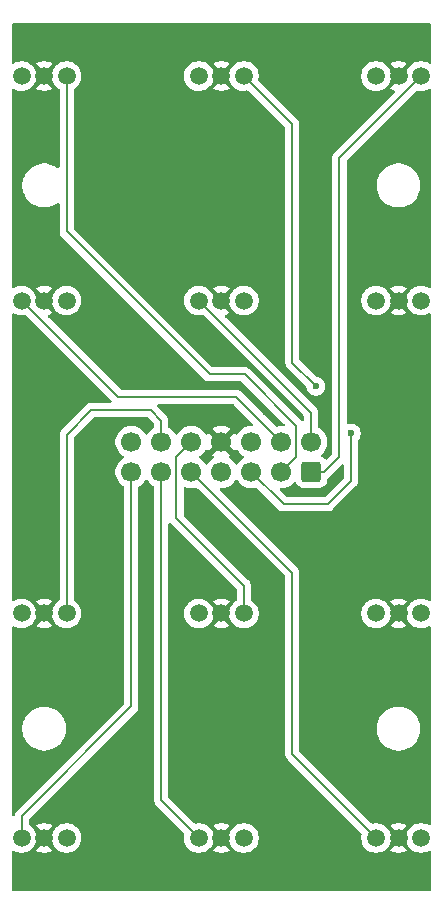
<source format=gbr>
%TF.GenerationSoftware,KiCad,Pcbnew,9.0.2*%
%TF.CreationDate,2025-06-15T15:12:45-06:00*%
%TF.ProjectId,Logic board magnetic sensor,4c6f6769-6320-4626-9f61-7264206d6167,rev?*%
%TF.SameCoordinates,Original*%
%TF.FileFunction,Copper,L2,Bot*%
%TF.FilePolarity,Positive*%
%FSLAX46Y46*%
G04 Gerber Fmt 4.6, Leading zero omitted, Abs format (unit mm)*
G04 Created by KiCad (PCBNEW 9.0.2) date 2025-06-15 15:12:45*
%MOMM*%
%LPD*%
G01*
G04 APERTURE LIST*
G04 Aperture macros list*
%AMRoundRect*
0 Rectangle with rounded corners*
0 $1 Rounding radius*
0 $2 $3 $4 $5 $6 $7 $8 $9 X,Y pos of 4 corners*
0 Add a 4 corners polygon primitive as box body*
4,1,4,$2,$3,$4,$5,$6,$7,$8,$9,$2,$3,0*
0 Add four circle primitives for the rounded corners*
1,1,$1+$1,$2,$3*
1,1,$1+$1,$4,$5*
1,1,$1+$1,$6,$7*
1,1,$1+$1,$8,$9*
0 Add four rect primitives between the rounded corners*
20,1,$1+$1,$2,$3,$4,$5,0*
20,1,$1+$1,$4,$5,$6,$7,0*
20,1,$1+$1,$6,$7,$8,$9,0*
20,1,$1+$1,$8,$9,$2,$3,0*%
G04 Aperture macros list end*
%TA.AperFunction,ComponentPad*%
%ADD10C,1.500000*%
%TD*%
%TA.AperFunction,ComponentPad*%
%ADD11RoundRect,0.250000X0.600000X-0.600000X0.600000X0.600000X-0.600000X0.600000X-0.600000X-0.600000X0*%
%TD*%
%TA.AperFunction,ComponentPad*%
%ADD12C,1.700000*%
%TD*%
%TA.AperFunction,ViaPad*%
%ADD13C,0.600000*%
%TD*%
%TA.AperFunction,Conductor*%
%ADD14C,0.200000*%
%TD*%
G04 APERTURE END LIST*
D10*
%TO.P,U12,1,VDD*%
%TO.N,VCC*%
X154905000Y-102250000D03*
%TO.P,U12,2,GND*%
%TO.N,GND*%
X153000000Y-102250000D03*
%TO.P,U12,3,OUT*%
%TO.N,Net-(J2-Pin_9)*%
X151095000Y-102250000D03*
%TD*%
%TO.P,U11,1,VDD*%
%TO.N,VCC*%
X139905000Y-102250000D03*
%TO.P,U11,2,GND*%
%TO.N,GND*%
X138000000Y-102250000D03*
%TO.P,U11,3,OUT*%
%TO.N,Net-(J2-Pin_11)*%
X136095000Y-102250000D03*
%TD*%
%TO.P,U10,1,VDD*%
%TO.N,VCC*%
X124905000Y-102250000D03*
%TO.P,U10,2,GND*%
%TO.N,GND*%
X123000000Y-102250000D03*
%TO.P,U10,3,OUT*%
%TO.N,Net-(J2-Pin_13)*%
X121095000Y-102250000D03*
%TD*%
%TO.P,U9,1,VDD*%
%TO.N,VCC*%
X151095000Y-83250000D03*
%TO.P,U9,2,GND*%
%TO.N,GND*%
X153000000Y-83250000D03*
%TO.P,U9,3,OUT*%
%TO.N,Net-(J2-Pin_14)*%
X154905000Y-83250000D03*
%TD*%
%TO.P,U8,1,VDD*%
%TO.N,VCC*%
X136095000Y-83250000D03*
%TO.P,U8,2,GND*%
%TO.N,GND*%
X138000000Y-83250000D03*
%TO.P,U8,3,OUT*%
%TO.N,Net-(J2-Pin_10)*%
X139905000Y-83250000D03*
%TD*%
%TO.P,U7,1,VDD*%
%TO.N,VCC*%
X121095000Y-83250000D03*
%TO.P,U7,2,GND*%
%TO.N,GND*%
X123000000Y-83250000D03*
%TO.P,U7,3,OUT*%
%TO.N,Net-(J2-Pin_12)*%
X124905000Y-83250000D03*
%TD*%
D11*
%TO.P,J2,1,Pin_1*%
%TO.N,Net-(J2-Pin_1)*%
X145620000Y-71270000D03*
D12*
%TO.P,J2,2,Pin_2*%
%TO.N,Net-(J2-Pin_2)*%
X145620000Y-68730000D03*
%TO.P,J2,3,Pin_3*%
%TO.N,Net-(J2-Pin_3)*%
X143080000Y-71270000D03*
%TO.P,J2,4,Pin_4*%
%TO.N,Net-(J2-Pin_4)*%
X143080000Y-68730000D03*
%TO.P,J2,5,Pin_5*%
%TO.N,Net-(J2-Pin_5)*%
X140540000Y-71270000D03*
%TO.P,J2,6,Pin_6*%
%TO.N,Net-(J2-Pin_6)*%
X140540000Y-68730000D03*
%TO.P,J2,7,Pin_7*%
%TO.N,VCC*%
X138000000Y-71270000D03*
%TO.P,J2,8,Pin_8*%
%TO.N,GND*%
X138000000Y-68730000D03*
%TO.P,J2,9,Pin_9*%
%TO.N,Net-(J2-Pin_9)*%
X135460000Y-71270000D03*
%TO.P,J2,10,Pin_10*%
%TO.N,Net-(J2-Pin_10)*%
X135460000Y-68730000D03*
%TO.P,J2,11,Pin_11*%
%TO.N,Net-(J2-Pin_11)*%
X132920000Y-71270000D03*
%TO.P,J2,12,Pin_12*%
%TO.N,Net-(J2-Pin_12)*%
X132920000Y-68730000D03*
%TO.P,J2,13,Pin_13*%
%TO.N,Net-(J2-Pin_13)*%
X130380000Y-71270000D03*
%TO.P,J2,14,Pin_14*%
%TO.N,Net-(J2-Pin_14)*%
X130380000Y-68730000D03*
%TD*%
D10*
%TO.P,U2,1,VDD*%
%TO.N,VCC*%
X136095000Y-37750000D03*
%TO.P,U2,2,GND*%
%TO.N,GND*%
X138000000Y-37750000D03*
%TO.P,U2,3,OUT*%
%TO.N,Net-(J2-Pin_5)*%
X139905000Y-37750000D03*
%TD*%
%TO.P,U6,1,VDD*%
%TO.N,VCC*%
X154905000Y-56750000D03*
%TO.P,U6,2,GND*%
%TO.N,GND*%
X153000000Y-56750000D03*
%TO.P,U6,3,OUT*%
%TO.N,Net-(J2-Pin_6)*%
X151095000Y-56750000D03*
%TD*%
%TO.P,U4,1,VDD*%
%TO.N,VCC*%
X124905000Y-56750000D03*
%TO.P,U4,2,GND*%
%TO.N,GND*%
X123000000Y-56750000D03*
%TO.P,U4,3,OUT*%
%TO.N,Net-(J2-Pin_4)*%
X121095000Y-56750000D03*
%TD*%
%TO.P,U5,1,VDD*%
%TO.N,VCC*%
X139905000Y-56750000D03*
%TO.P,U5,2,GND*%
%TO.N,GND*%
X138000000Y-56750000D03*
%TO.P,U5,3,OUT*%
%TO.N,Net-(J2-Pin_2)*%
X136095000Y-56750000D03*
%TD*%
%TO.P,U1,1,VDD*%
%TO.N,VCC*%
X121095000Y-37750000D03*
%TO.P,U1,2,GND*%
%TO.N,GND*%
X123000000Y-37750000D03*
%TO.P,U1,3,OUT*%
%TO.N,Net-(J2-Pin_3)*%
X124905000Y-37750000D03*
%TD*%
%TO.P,U3,1,VDD*%
%TO.N,VCC*%
X151095000Y-37750000D03*
%TO.P,U3,2,GND*%
%TO.N,GND*%
X153000000Y-37750000D03*
%TO.P,U3,3,OUT*%
%TO.N,Net-(J2-Pin_1)*%
X154905000Y-37750000D03*
%TD*%
D13*
%TO.N,GND*%
X141810000Y-59840000D03*
X138000000Y-61110000D03*
X126570000Y-49680000D03*
X131650000Y-86510000D03*
X125300000Y-97940000D03*
X130380000Y-95400000D03*
X145620000Y-34440000D03*
X130380000Y-34440000D03*
X148080000Y-71270000D03*
X138000000Y-66190000D03*
X135460000Y-66190000D03*
X131650000Y-76350000D03*
X127840000Y-70000000D03*
X151970000Y-64920000D03*
X146890000Y-77620000D03*
X146890000Y-67460000D03*
X131650000Y-49680000D03*
X138000000Y-50950000D03*
X141810000Y-50950000D03*
X146890000Y-62380000D03*
X145620000Y-53490000D03*
X149430000Y-52220000D03*
X149430000Y-45870000D03*
X154510000Y-52220000D03*
X154510000Y-39520000D03*
X145620000Y-43330000D03*
X139270000Y-42060000D03*
X130380000Y-43330000D03*
X121490000Y-43330000D03*
X125300000Y-53490000D03*
X127840000Y-57300000D03*
X121490000Y-61110000D03*
X135460000Y-63650000D03*
X141810000Y-66190000D03*
X149430000Y-58570000D03*
X154510000Y-72540000D03*
X153240000Y-76350000D03*
X140540000Y-73810000D03*
X145620000Y-89050000D03*
X139270000Y-77620000D03*
X135460000Y-73810000D03*
X135460000Y-80160000D03*
X122760000Y-77620000D03*
X127840000Y-80160000D03*
X127840000Y-87780000D03*
X153240000Y-85240000D03*
X140540000Y-90320000D03*
X148160000Y-97940000D03*
X143080000Y-95400000D03*
X153240000Y-95400000D03*
X122760000Y-95400000D03*
X135460000Y-95400000D03*
X127840000Y-105560000D03*
X148160000Y-105560000D03*
%TO.N,Net-(J2-Pin_5)*%
X149000000Y-68000000D03*
X146000000Y-64000000D03*
%TD*%
D14*
%TO.N,Net-(J2-Pin_5)*%
X144000000Y-62000000D02*
X146000000Y-64000000D01*
X144000000Y-41845000D02*
X144000000Y-62000000D01*
X139905000Y-37750000D02*
X144000000Y-41845000D01*
X143270000Y-74000000D02*
X140540000Y-71270000D01*
X147000000Y-74000000D02*
X143270000Y-74000000D01*
X149000000Y-72000000D02*
X147000000Y-74000000D01*
X149000000Y-68000000D02*
X149000000Y-72000000D01*
%TO.N,Net-(J2-Pin_2)*%
X136095000Y-56750000D02*
X145620000Y-66275000D01*
X145620000Y-66275000D02*
X145620000Y-68730000D01*
%TO.N,Net-(J2-Pin_12)*%
X132920000Y-66920000D02*
X132920000Y-68730000D01*
X127000000Y-66000000D02*
X132000000Y-66000000D01*
X132000000Y-66000000D02*
X132920000Y-66920000D01*
X124905000Y-68095000D02*
X127000000Y-66000000D01*
X124905000Y-83250000D02*
X124905000Y-68095000D01*
%TO.N,Net-(J2-Pin_9)*%
X144000000Y-95155000D02*
X144000000Y-79810000D01*
X144000000Y-79810000D02*
X135460000Y-71270000D01*
X151095000Y-102250000D02*
X144000000Y-95155000D01*
X151335000Y-102250000D02*
X151095000Y-102250000D01*
%TO.N,Net-(J2-Pin_11)*%
X132920000Y-99075000D02*
X132920000Y-71270000D01*
X135845000Y-102000000D02*
X132920000Y-99075000D01*
X135845000Y-102250000D02*
X135845000Y-102000000D01*
%TO.N,Net-(J2-Pin_13)*%
X121095000Y-100405000D02*
X130380000Y-91120000D01*
X130380000Y-91120000D02*
X130380000Y-71270000D01*
X121095000Y-102010000D02*
X121095000Y-100405000D01*
X120855000Y-102250000D02*
X121095000Y-102010000D01*
%TO.N,Net-(J2-Pin_10)*%
X134200000Y-75200000D02*
X134200000Y-69990000D01*
X134200000Y-69990000D02*
X135460000Y-68730000D01*
X139905000Y-80905000D02*
X134200000Y-75200000D01*
X139905000Y-83250000D02*
X139905000Y-80905000D01*
%TO.N,Net-(J2-Pin_1)*%
X146730000Y-71270000D02*
X145620000Y-71270000D01*
X148000000Y-70000000D02*
X146730000Y-71270000D01*
X148000000Y-44655000D02*
X148000000Y-70000000D01*
X154905000Y-37750000D02*
X148000000Y-44655000D01*
%TO.N,Net-(J2-Pin_3)*%
X124905000Y-46395869D02*
X124905000Y-37750000D01*
X124951000Y-46441869D02*
X124905000Y-46395869D01*
X124951000Y-48058131D02*
X124951000Y-46441869D01*
X124905000Y-50905000D02*
X124905000Y-48104131D01*
X124905000Y-48104131D02*
X124951000Y-48058131D01*
X144350000Y-67350000D02*
X140000000Y-63000000D01*
X144350000Y-70000000D02*
X144350000Y-67350000D01*
X137000000Y-63000000D02*
X124905000Y-50905000D01*
X143080000Y-71270000D02*
X144350000Y-70000000D01*
X140000000Y-63000000D02*
X137000000Y-63000000D01*
%TO.N,Net-(J2-Pin_4)*%
X129265000Y-64920000D02*
X139270000Y-64920000D01*
X121095000Y-56750000D02*
X129265000Y-64920000D01*
X139270000Y-64920000D02*
X143080000Y-68730000D01*
%TD*%
%TA.AperFunction,Conductor*%
%TO.N,GND*%
G36*
X131721444Y-71923999D02*
G01*
X131760486Y-71969056D01*
X131764951Y-71977820D01*
X131889890Y-72149786D01*
X132040213Y-72300109D01*
X132212184Y-72425051D01*
X132212184Y-72425052D01*
X132251793Y-72445233D01*
X132302590Y-72493206D01*
X132319500Y-72555718D01*
X132319500Y-98988330D01*
X132319499Y-98988348D01*
X132319499Y-99154054D01*
X132319498Y-99154054D01*
X132360423Y-99306785D01*
X132389358Y-99356900D01*
X132389359Y-99356904D01*
X132389360Y-99356904D01*
X132439479Y-99443714D01*
X132439481Y-99443717D01*
X132558349Y-99562585D01*
X132558355Y-99562590D01*
X134841231Y-101845466D01*
X134874716Y-101906789D01*
X134876023Y-101952544D01*
X134844500Y-102151576D01*
X134844500Y-102348422D01*
X134875290Y-102542826D01*
X134936117Y-102730029D01*
X135025476Y-102905405D01*
X135141172Y-103064646D01*
X135280354Y-103203828D01*
X135439595Y-103319524D01*
X135515158Y-103358025D01*
X135614970Y-103408882D01*
X135614972Y-103408882D01*
X135614975Y-103408884D01*
X135664772Y-103425064D01*
X135802173Y-103469709D01*
X135996578Y-103500500D01*
X135996583Y-103500500D01*
X136193422Y-103500500D01*
X136387826Y-103469709D01*
X136389328Y-103469221D01*
X136575025Y-103408884D01*
X136750405Y-103319524D01*
X136909646Y-103203828D01*
X137048828Y-103064646D01*
X137164524Y-102905405D01*
X137253884Y-102730025D01*
X137286782Y-102628775D01*
X137317030Y-102579415D01*
X137600000Y-102296445D01*
X137600000Y-102302661D01*
X137627259Y-102404394D01*
X137679920Y-102495606D01*
X137754394Y-102570080D01*
X137845606Y-102622741D01*
X137947339Y-102650000D01*
X137953553Y-102650000D01*
X137309873Y-103293677D01*
X137309873Y-103293678D01*
X137344858Y-103319096D01*
X137520164Y-103408418D01*
X137707294Y-103469221D01*
X137901618Y-103500000D01*
X138098382Y-103500000D01*
X138292705Y-103469221D01*
X138479835Y-103408418D01*
X138655143Y-103319095D01*
X138690125Y-103293678D01*
X138690126Y-103293678D01*
X138046448Y-102650000D01*
X138052661Y-102650000D01*
X138154394Y-102622741D01*
X138245606Y-102570080D01*
X138320080Y-102495606D01*
X138372741Y-102404394D01*
X138400000Y-102302661D01*
X138400000Y-102296447D01*
X138682968Y-102579415D01*
X138713218Y-102628777D01*
X138746117Y-102730029D01*
X138835476Y-102905405D01*
X138951172Y-103064646D01*
X139090354Y-103203828D01*
X139249595Y-103319524D01*
X139325158Y-103358025D01*
X139424970Y-103408882D01*
X139424972Y-103408882D01*
X139424975Y-103408884D01*
X139474772Y-103425064D01*
X139612173Y-103469709D01*
X139806578Y-103500500D01*
X139806583Y-103500500D01*
X140003422Y-103500500D01*
X140197826Y-103469709D01*
X140199328Y-103469221D01*
X140385025Y-103408884D01*
X140560405Y-103319524D01*
X140719646Y-103203828D01*
X140858828Y-103064646D01*
X140974524Y-102905405D01*
X141063884Y-102730025D01*
X141124709Y-102542826D01*
X141132188Y-102495606D01*
X141155500Y-102348422D01*
X141155500Y-102151577D01*
X141124709Y-101957173D01*
X141063882Y-101769970D01*
X140974523Y-101594594D01*
X140858828Y-101435354D01*
X140719646Y-101296172D01*
X140560405Y-101180476D01*
X140505499Y-101152500D01*
X140385029Y-101091117D01*
X140197826Y-101030290D01*
X140003422Y-100999500D01*
X140003417Y-100999500D01*
X139806583Y-100999500D01*
X139806578Y-100999500D01*
X139612173Y-101030290D01*
X139424970Y-101091117D01*
X139249594Y-101180476D01*
X139158741Y-101246485D01*
X139090354Y-101296172D01*
X139090352Y-101296174D01*
X139090351Y-101296174D01*
X138951174Y-101435351D01*
X138951174Y-101435352D01*
X138951172Y-101435354D01*
X138901485Y-101503741D01*
X138835476Y-101594594D01*
X138746115Y-101769974D01*
X138713217Y-101871222D01*
X138682968Y-101920583D01*
X138400000Y-102203551D01*
X138400000Y-102197339D01*
X138372741Y-102095606D01*
X138320080Y-102004394D01*
X138245606Y-101929920D01*
X138154394Y-101877259D01*
X138052661Y-101850000D01*
X138046447Y-101850000D01*
X138690125Y-101206320D01*
X138690125Y-101206319D01*
X138655145Y-101180905D01*
X138479835Y-101091581D01*
X138292705Y-101030778D01*
X138098382Y-101000000D01*
X137901618Y-101000000D01*
X137707294Y-101030778D01*
X137520161Y-101091582D01*
X137344863Y-101180899D01*
X137344859Y-101180902D01*
X137309873Y-101206320D01*
X137309872Y-101206320D01*
X137953554Y-101850000D01*
X137947339Y-101850000D01*
X137845606Y-101877259D01*
X137754394Y-101929920D01*
X137679920Y-102004394D01*
X137627259Y-102095606D01*
X137600000Y-102197339D01*
X137600000Y-102203553D01*
X137317030Y-101920583D01*
X137286781Y-101871222D01*
X137253884Y-101769975D01*
X137164524Y-101594595D01*
X137048828Y-101435354D01*
X136909646Y-101296172D01*
X136750405Y-101180476D01*
X136695499Y-101152500D01*
X136575029Y-101091117D01*
X136387826Y-101030290D01*
X136193422Y-100999500D01*
X136193417Y-100999500D01*
X135996583Y-100999500D01*
X135996577Y-100999500D01*
X135797544Y-101031023D01*
X135728251Y-101022068D01*
X135690466Y-100996231D01*
X133556819Y-98862583D01*
X133523334Y-98801260D01*
X133520500Y-98774902D01*
X133520500Y-75669098D01*
X133526738Y-75647852D01*
X133528318Y-75625765D01*
X133536390Y-75614981D01*
X133540185Y-75602059D01*
X133556916Y-75587560D01*
X133570189Y-75569831D01*
X133582811Y-75565123D01*
X133592989Y-75556304D01*
X133614904Y-75553152D01*
X133635653Y-75545414D01*
X133648814Y-75548277D01*
X133662147Y-75546360D01*
X133682291Y-75555559D01*
X133703926Y-75560266D01*
X133721651Y-75573534D01*
X133725703Y-75575385D01*
X133732166Y-75581402D01*
X133831284Y-75680520D01*
X133831286Y-75680521D01*
X133838356Y-75687591D01*
X139268181Y-81117416D01*
X139301666Y-81178739D01*
X139304500Y-81205097D01*
X139304500Y-82077403D01*
X139284815Y-82144442D01*
X139253386Y-82177721D01*
X139090352Y-82296173D01*
X138951174Y-82435351D01*
X138951174Y-82435352D01*
X138951172Y-82435354D01*
X138901485Y-82503741D01*
X138835476Y-82594594D01*
X138746115Y-82769974D01*
X138713217Y-82871222D01*
X138682968Y-82920583D01*
X138400000Y-83203551D01*
X138400000Y-83197339D01*
X138372741Y-83095606D01*
X138320080Y-83004394D01*
X138245606Y-82929920D01*
X138154394Y-82877259D01*
X138052661Y-82850000D01*
X138046447Y-82850000D01*
X138690125Y-82206320D01*
X138690125Y-82206319D01*
X138655145Y-82180905D01*
X138479835Y-82091581D01*
X138292705Y-82030778D01*
X138098382Y-82000000D01*
X137901618Y-82000000D01*
X137707294Y-82030778D01*
X137520161Y-82091582D01*
X137344863Y-82180899D01*
X137344859Y-82180902D01*
X137309873Y-82206320D01*
X137309872Y-82206320D01*
X137953554Y-82850000D01*
X137947339Y-82850000D01*
X137845606Y-82877259D01*
X137754394Y-82929920D01*
X137679920Y-83004394D01*
X137627259Y-83095606D01*
X137600000Y-83197339D01*
X137600000Y-83203553D01*
X137317030Y-82920583D01*
X137286781Y-82871222D01*
X137253884Y-82769975D01*
X137164524Y-82594595D01*
X137048828Y-82435354D01*
X136909646Y-82296172D01*
X136750405Y-82180476D01*
X136695499Y-82152500D01*
X136575029Y-82091117D01*
X136387826Y-82030290D01*
X136193422Y-81999500D01*
X136193417Y-81999500D01*
X135996583Y-81999500D01*
X135996578Y-81999500D01*
X135802173Y-82030290D01*
X135614970Y-82091117D01*
X135439594Y-82180476D01*
X135348741Y-82246485D01*
X135280354Y-82296172D01*
X135280352Y-82296174D01*
X135280351Y-82296174D01*
X135141174Y-82435351D01*
X135141174Y-82435352D01*
X135141172Y-82435354D01*
X135091485Y-82503741D01*
X135025476Y-82594594D01*
X134936117Y-82769970D01*
X134875290Y-82957173D01*
X134844500Y-83151577D01*
X134844500Y-83348422D01*
X134875290Y-83542826D01*
X134936117Y-83730029D01*
X135025476Y-83905405D01*
X135141172Y-84064646D01*
X135280354Y-84203828D01*
X135439595Y-84319524D01*
X135515158Y-84358025D01*
X135614970Y-84408882D01*
X135614972Y-84408882D01*
X135614975Y-84408884D01*
X135664772Y-84425064D01*
X135802173Y-84469709D01*
X135996578Y-84500500D01*
X135996583Y-84500500D01*
X136193422Y-84500500D01*
X136387826Y-84469709D01*
X136389328Y-84469221D01*
X136575025Y-84408884D01*
X136750405Y-84319524D01*
X136909646Y-84203828D01*
X137048828Y-84064646D01*
X137164524Y-83905405D01*
X137253884Y-83730025D01*
X137286782Y-83628775D01*
X137317030Y-83579415D01*
X137600000Y-83296445D01*
X137600000Y-83302661D01*
X137627259Y-83404394D01*
X137679920Y-83495606D01*
X137754394Y-83570080D01*
X137845606Y-83622741D01*
X137947339Y-83650000D01*
X137953553Y-83650000D01*
X137309873Y-84293677D01*
X137309873Y-84293678D01*
X137344858Y-84319096D01*
X137520164Y-84408418D01*
X137707294Y-84469221D01*
X137901618Y-84500000D01*
X138098382Y-84500000D01*
X138292705Y-84469221D01*
X138479835Y-84408418D01*
X138655143Y-84319095D01*
X138690125Y-84293678D01*
X138690126Y-84293678D01*
X138046448Y-83650000D01*
X138052661Y-83650000D01*
X138154394Y-83622741D01*
X138245606Y-83570080D01*
X138320080Y-83495606D01*
X138372741Y-83404394D01*
X138400000Y-83302661D01*
X138400000Y-83296447D01*
X138682968Y-83579415D01*
X138713218Y-83628777D01*
X138746117Y-83730029D01*
X138835476Y-83905405D01*
X138951172Y-84064646D01*
X139090354Y-84203828D01*
X139249595Y-84319524D01*
X139325158Y-84358025D01*
X139424970Y-84408882D01*
X139424972Y-84408882D01*
X139424975Y-84408884D01*
X139474772Y-84425064D01*
X139612173Y-84469709D01*
X139806578Y-84500500D01*
X139806583Y-84500500D01*
X140003422Y-84500500D01*
X140197826Y-84469709D01*
X140199328Y-84469221D01*
X140385025Y-84408884D01*
X140560405Y-84319524D01*
X140719646Y-84203828D01*
X140858828Y-84064646D01*
X140974524Y-83905405D01*
X141063884Y-83730025D01*
X141124709Y-83542826D01*
X141132188Y-83495606D01*
X141155500Y-83348422D01*
X141155500Y-83151577D01*
X141124709Y-82957173D01*
X141063882Y-82769970D01*
X140974523Y-82594594D01*
X140858828Y-82435354D01*
X140719646Y-82296172D01*
X140671989Y-82261547D01*
X140556614Y-82177721D01*
X140513949Y-82122390D01*
X140505500Y-82077403D01*
X140505500Y-80825945D01*
X140505500Y-80825943D01*
X140464577Y-80673216D01*
X140464573Y-80673209D01*
X140385524Y-80536290D01*
X140385521Y-80536286D01*
X140385520Y-80536284D01*
X140273716Y-80424480D01*
X140273715Y-80424479D01*
X140269385Y-80420149D01*
X140269374Y-80420139D01*
X134836819Y-74987584D01*
X134803334Y-74926261D01*
X134800500Y-74899903D01*
X134800500Y-72646385D01*
X134820185Y-72579346D01*
X134872989Y-72533591D01*
X134942147Y-72523647D01*
X134962803Y-72528450D01*
X135143757Y-72587246D01*
X135353713Y-72620500D01*
X135353714Y-72620500D01*
X135566286Y-72620500D01*
X135566287Y-72620500D01*
X135776243Y-72587246D01*
X135818523Y-72573507D01*
X135888362Y-72571511D01*
X135944522Y-72603757D01*
X143363181Y-80022416D01*
X143396666Y-80083739D01*
X143399500Y-80110097D01*
X143399500Y-95068330D01*
X143399499Y-95068348D01*
X143399499Y-95234054D01*
X143399498Y-95234054D01*
X143440423Y-95386785D01*
X143469358Y-95436900D01*
X143469359Y-95436904D01*
X143469360Y-95436904D01*
X143519479Y-95523714D01*
X143519481Y-95523717D01*
X143638349Y-95642585D01*
X143638355Y-95642590D01*
X149841231Y-101845466D01*
X149874716Y-101906789D01*
X149876023Y-101952544D01*
X149844500Y-102151576D01*
X149844500Y-102348422D01*
X149875290Y-102542826D01*
X149936117Y-102730029D01*
X150025476Y-102905405D01*
X150141172Y-103064646D01*
X150280354Y-103203828D01*
X150439595Y-103319524D01*
X150515158Y-103358025D01*
X150614970Y-103408882D01*
X150614972Y-103408882D01*
X150614975Y-103408884D01*
X150664772Y-103425064D01*
X150802173Y-103469709D01*
X150996578Y-103500500D01*
X150996583Y-103500500D01*
X151193422Y-103500500D01*
X151387826Y-103469709D01*
X151389328Y-103469221D01*
X151575025Y-103408884D01*
X151750405Y-103319524D01*
X151909646Y-103203828D01*
X152048828Y-103064646D01*
X152164524Y-102905405D01*
X152253884Y-102730025D01*
X152286782Y-102628775D01*
X152317030Y-102579415D01*
X152600000Y-102296445D01*
X152600000Y-102302661D01*
X152627259Y-102404394D01*
X152679920Y-102495606D01*
X152754394Y-102570080D01*
X152845606Y-102622741D01*
X152947339Y-102650000D01*
X152953553Y-102650000D01*
X152309873Y-103293677D01*
X152309873Y-103293678D01*
X152344858Y-103319096D01*
X152520164Y-103408418D01*
X152707294Y-103469221D01*
X152901618Y-103500000D01*
X153098382Y-103500000D01*
X153292705Y-103469221D01*
X153479835Y-103408418D01*
X153655143Y-103319095D01*
X153690125Y-103293678D01*
X153690126Y-103293678D01*
X153046448Y-102650000D01*
X153052661Y-102650000D01*
X153154394Y-102622741D01*
X153245606Y-102570080D01*
X153320080Y-102495606D01*
X153372741Y-102404394D01*
X153400000Y-102302661D01*
X153400000Y-102296447D01*
X153682968Y-102579415D01*
X153713218Y-102628777D01*
X153746117Y-102730029D01*
X153835476Y-102905405D01*
X153951172Y-103064646D01*
X154090354Y-103203828D01*
X154249595Y-103319524D01*
X154325158Y-103358025D01*
X154424970Y-103408882D01*
X154424972Y-103408882D01*
X154424975Y-103408884D01*
X154474772Y-103425064D01*
X154612173Y-103469709D01*
X154806578Y-103500500D01*
X154806583Y-103500500D01*
X155003422Y-103500500D01*
X155197826Y-103469709D01*
X155199328Y-103469221D01*
X155385025Y-103408884D01*
X155560405Y-103319524D01*
X155560422Y-103319511D01*
X155560701Y-103319342D01*
X155560830Y-103319306D01*
X155564746Y-103317312D01*
X155565164Y-103318134D01*
X155628145Y-103301092D01*
X155694750Y-103322202D01*
X155739368Y-103375971D01*
X155749500Y-103425064D01*
X155749500Y-106625500D01*
X155729815Y-106692539D01*
X155677011Y-106738294D01*
X155625500Y-106749500D01*
X120374500Y-106749500D01*
X120307461Y-106729815D01*
X120261706Y-106677011D01*
X120250500Y-106625500D01*
X120250500Y-103425064D01*
X120270185Y-103358025D01*
X120322989Y-103312270D01*
X120392147Y-103302326D01*
X120435008Y-103317793D01*
X120435254Y-103317312D01*
X120439090Y-103319266D01*
X120439299Y-103319342D01*
X120439582Y-103319515D01*
X120439595Y-103319524D01*
X120550379Y-103375971D01*
X120614970Y-103408882D01*
X120614972Y-103408882D01*
X120614975Y-103408884D01*
X120664772Y-103425064D01*
X120802173Y-103469709D01*
X120996578Y-103500500D01*
X120996583Y-103500500D01*
X121193422Y-103500500D01*
X121387826Y-103469709D01*
X121389328Y-103469221D01*
X121575025Y-103408884D01*
X121750405Y-103319524D01*
X121909646Y-103203828D01*
X122048828Y-103064646D01*
X122164524Y-102905405D01*
X122253884Y-102730025D01*
X122286782Y-102628775D01*
X122317030Y-102579415D01*
X122600000Y-102296445D01*
X122600000Y-102302661D01*
X122627259Y-102404394D01*
X122679920Y-102495606D01*
X122754394Y-102570080D01*
X122845606Y-102622741D01*
X122947339Y-102650000D01*
X122953553Y-102650000D01*
X122309873Y-103293677D01*
X122309873Y-103293678D01*
X122344858Y-103319096D01*
X122520164Y-103408418D01*
X122707294Y-103469221D01*
X122901618Y-103500000D01*
X123098382Y-103500000D01*
X123292705Y-103469221D01*
X123479835Y-103408418D01*
X123655143Y-103319095D01*
X123690125Y-103293678D01*
X123690126Y-103293678D01*
X123046448Y-102650000D01*
X123052661Y-102650000D01*
X123154394Y-102622741D01*
X123245606Y-102570080D01*
X123320080Y-102495606D01*
X123372741Y-102404394D01*
X123400000Y-102302661D01*
X123400000Y-102296447D01*
X123682968Y-102579415D01*
X123713218Y-102628777D01*
X123746117Y-102730029D01*
X123835476Y-102905405D01*
X123951172Y-103064646D01*
X124090354Y-103203828D01*
X124249595Y-103319524D01*
X124325158Y-103358025D01*
X124424970Y-103408882D01*
X124424972Y-103408882D01*
X124424975Y-103408884D01*
X124474772Y-103425064D01*
X124612173Y-103469709D01*
X124806578Y-103500500D01*
X124806583Y-103500500D01*
X125003422Y-103500500D01*
X125197826Y-103469709D01*
X125199328Y-103469221D01*
X125385025Y-103408884D01*
X125560405Y-103319524D01*
X125719646Y-103203828D01*
X125858828Y-103064646D01*
X125974524Y-102905405D01*
X126063884Y-102730025D01*
X126124709Y-102542826D01*
X126132188Y-102495606D01*
X126155500Y-102348422D01*
X126155500Y-102151577D01*
X126124709Y-101957173D01*
X126063882Y-101769970D01*
X125974523Y-101594594D01*
X125858828Y-101435354D01*
X125719646Y-101296172D01*
X125560405Y-101180476D01*
X125505499Y-101152500D01*
X125385029Y-101091117D01*
X125197826Y-101030290D01*
X125003422Y-100999500D01*
X125003417Y-100999500D01*
X124806583Y-100999500D01*
X124806578Y-100999500D01*
X124612173Y-101030290D01*
X124424970Y-101091117D01*
X124249594Y-101180476D01*
X124158741Y-101246485D01*
X124090354Y-101296172D01*
X124090352Y-101296174D01*
X124090351Y-101296174D01*
X123951174Y-101435351D01*
X123951174Y-101435352D01*
X123951172Y-101435354D01*
X123901485Y-101503741D01*
X123835476Y-101594594D01*
X123746115Y-101769974D01*
X123713217Y-101871222D01*
X123682968Y-101920583D01*
X123400000Y-102203551D01*
X123400000Y-102197339D01*
X123372741Y-102095606D01*
X123320080Y-102004394D01*
X123245606Y-101929920D01*
X123154394Y-101877259D01*
X123052661Y-101850000D01*
X123046447Y-101850000D01*
X123690125Y-101206320D01*
X123690125Y-101206319D01*
X123655145Y-101180905D01*
X123479835Y-101091581D01*
X123292705Y-101030778D01*
X123098382Y-101000000D01*
X122901618Y-101000000D01*
X122707294Y-101030778D01*
X122520161Y-101091582D01*
X122344863Y-101180899D01*
X122344859Y-101180902D01*
X122309873Y-101206320D01*
X122309872Y-101206320D01*
X122953554Y-101850000D01*
X122947339Y-101850000D01*
X122845606Y-101877259D01*
X122754394Y-101929920D01*
X122679920Y-102004394D01*
X122627259Y-102095606D01*
X122600000Y-102197339D01*
X122600000Y-102203553D01*
X122317030Y-101920583D01*
X122286781Y-101871222D01*
X122253884Y-101769975D01*
X122164524Y-101594595D01*
X122048828Y-101435354D01*
X121909646Y-101296172D01*
X121861989Y-101261547D01*
X121746614Y-101177721D01*
X121703949Y-101122390D01*
X121695500Y-101077403D01*
X121695500Y-100705096D01*
X121715185Y-100638057D01*
X121731814Y-100617420D01*
X130748713Y-91600521D01*
X130748716Y-91600520D01*
X130860520Y-91488716D01*
X130910639Y-91401904D01*
X130939577Y-91351785D01*
X130980501Y-91199057D01*
X130980501Y-91040943D01*
X130980501Y-91033348D01*
X130980500Y-91033330D01*
X130980500Y-72555718D01*
X131000185Y-72488679D01*
X131048207Y-72445233D01*
X131087815Y-72425052D01*
X131087815Y-72425051D01*
X131087816Y-72425051D01*
X131206728Y-72338657D01*
X131259786Y-72300109D01*
X131259788Y-72300106D01*
X131259792Y-72300104D01*
X131410104Y-72149792D01*
X131410106Y-72149788D01*
X131410109Y-72149786D01*
X131535048Y-71977820D01*
X131535047Y-71977820D01*
X131535051Y-71977816D01*
X131539514Y-71969054D01*
X131587488Y-71918259D01*
X131655308Y-71901463D01*
X131721444Y-71923999D01*
G37*
%TD.AperFunction*%
%TA.AperFunction,Conductor*%
G36*
X155694750Y-38822202D02*
G01*
X155739368Y-38875971D01*
X155749500Y-38925064D01*
X155749500Y-55574935D01*
X155729815Y-55641974D01*
X155677011Y-55687729D01*
X155607853Y-55697673D01*
X155564990Y-55682208D01*
X155564746Y-55682688D01*
X155560928Y-55680743D01*
X155560718Y-55680667D01*
X155560414Y-55680480D01*
X155385029Y-55591117D01*
X155197826Y-55530290D01*
X155003422Y-55499500D01*
X155003417Y-55499500D01*
X154806583Y-55499500D01*
X154806578Y-55499500D01*
X154612173Y-55530290D01*
X154424970Y-55591117D01*
X154249594Y-55680476D01*
X154158741Y-55746485D01*
X154090354Y-55796172D01*
X154090352Y-55796174D01*
X154090351Y-55796174D01*
X153951174Y-55935351D01*
X153951174Y-55935352D01*
X153951172Y-55935354D01*
X153901485Y-56003741D01*
X153835476Y-56094594D01*
X153746115Y-56269974D01*
X153713217Y-56371222D01*
X153682968Y-56420583D01*
X153400000Y-56703551D01*
X153400000Y-56697339D01*
X153372741Y-56595606D01*
X153320080Y-56504394D01*
X153245606Y-56429920D01*
X153154394Y-56377259D01*
X153052661Y-56350000D01*
X153046447Y-56350000D01*
X153690125Y-55706320D01*
X153690125Y-55706319D01*
X153655145Y-55680905D01*
X153479835Y-55591581D01*
X153292705Y-55530778D01*
X153098382Y-55500000D01*
X152901618Y-55500000D01*
X152707294Y-55530778D01*
X152520161Y-55591582D01*
X152344863Y-55680899D01*
X152344859Y-55680902D01*
X152309873Y-55706320D01*
X152309872Y-55706320D01*
X152953554Y-56350000D01*
X152947339Y-56350000D01*
X152845606Y-56377259D01*
X152754394Y-56429920D01*
X152679920Y-56504394D01*
X152627259Y-56595606D01*
X152600000Y-56697339D01*
X152600000Y-56703553D01*
X152317030Y-56420583D01*
X152286781Y-56371222D01*
X152253884Y-56269975D01*
X152164524Y-56094595D01*
X152048828Y-55935354D01*
X151909646Y-55796172D01*
X151750405Y-55680476D01*
X151745124Y-55677785D01*
X151575029Y-55591117D01*
X151387826Y-55530290D01*
X151193422Y-55499500D01*
X151193417Y-55499500D01*
X150996583Y-55499500D01*
X150996578Y-55499500D01*
X150802173Y-55530290D01*
X150614970Y-55591117D01*
X150439594Y-55680476D01*
X150348741Y-55746485D01*
X150280354Y-55796172D01*
X150280352Y-55796174D01*
X150280351Y-55796174D01*
X150141174Y-55935351D01*
X150141174Y-55935352D01*
X150141172Y-55935354D01*
X150091485Y-56003741D01*
X150025476Y-56094594D01*
X149936117Y-56269970D01*
X149875290Y-56457173D01*
X149844500Y-56651577D01*
X149844500Y-56848422D01*
X149875290Y-57042826D01*
X149936117Y-57230029D01*
X150025476Y-57405405D01*
X150141172Y-57564646D01*
X150280354Y-57703828D01*
X150439595Y-57819524D01*
X150515158Y-57858025D01*
X150614970Y-57908882D01*
X150614972Y-57908882D01*
X150614975Y-57908884D01*
X150664772Y-57925064D01*
X150802173Y-57969709D01*
X150996578Y-58000500D01*
X150996583Y-58000500D01*
X151193422Y-58000500D01*
X151387826Y-57969709D01*
X151390082Y-57968976D01*
X151575025Y-57908884D01*
X151750405Y-57819524D01*
X151909646Y-57703828D01*
X152048828Y-57564646D01*
X152164524Y-57405405D01*
X152253884Y-57230025D01*
X152286782Y-57128775D01*
X152317030Y-57079415D01*
X152600000Y-56796445D01*
X152600000Y-56802661D01*
X152627259Y-56904394D01*
X152679920Y-56995606D01*
X152754394Y-57070080D01*
X152845606Y-57122741D01*
X152947339Y-57150000D01*
X152953553Y-57150000D01*
X152309873Y-57793677D01*
X152309873Y-57793678D01*
X152344858Y-57819096D01*
X152520164Y-57908418D01*
X152707294Y-57969221D01*
X152901618Y-58000000D01*
X153098382Y-58000000D01*
X153292705Y-57969221D01*
X153479835Y-57908418D01*
X153655143Y-57819095D01*
X153690125Y-57793678D01*
X153690126Y-57793678D01*
X153046448Y-57150000D01*
X153052661Y-57150000D01*
X153154394Y-57122741D01*
X153245606Y-57070080D01*
X153320080Y-56995606D01*
X153372741Y-56904394D01*
X153400000Y-56802661D01*
X153400000Y-56796447D01*
X153682968Y-57079415D01*
X153713218Y-57128777D01*
X153746117Y-57230029D01*
X153835476Y-57405405D01*
X153951172Y-57564646D01*
X154090354Y-57703828D01*
X154249595Y-57819524D01*
X154325158Y-57858025D01*
X154424970Y-57908882D01*
X154424972Y-57908882D01*
X154424975Y-57908884D01*
X154474772Y-57925064D01*
X154612173Y-57969709D01*
X154806578Y-58000500D01*
X154806583Y-58000500D01*
X155003422Y-58000500D01*
X155197826Y-57969709D01*
X155200082Y-57968976D01*
X155385025Y-57908884D01*
X155560405Y-57819524D01*
X155560422Y-57819511D01*
X155560701Y-57819342D01*
X155560830Y-57819306D01*
X155564746Y-57817312D01*
X155565164Y-57818134D01*
X155628145Y-57801092D01*
X155694750Y-57822202D01*
X155739368Y-57875971D01*
X155749500Y-57925064D01*
X155749500Y-82074935D01*
X155729815Y-82141974D01*
X155677011Y-82187729D01*
X155607853Y-82197673D01*
X155564990Y-82182208D01*
X155564746Y-82182688D01*
X155560928Y-82180743D01*
X155560718Y-82180667D01*
X155560414Y-82180480D01*
X155385029Y-82091117D01*
X155197826Y-82030290D01*
X155003422Y-81999500D01*
X155003417Y-81999500D01*
X154806583Y-81999500D01*
X154806578Y-81999500D01*
X154612173Y-82030290D01*
X154424970Y-82091117D01*
X154249594Y-82180476D01*
X154158741Y-82246485D01*
X154090354Y-82296172D01*
X154090352Y-82296174D01*
X154090351Y-82296174D01*
X153951174Y-82435351D01*
X153951174Y-82435352D01*
X153951172Y-82435354D01*
X153901485Y-82503741D01*
X153835476Y-82594594D01*
X153746115Y-82769974D01*
X153713217Y-82871222D01*
X153682968Y-82920583D01*
X153400000Y-83203551D01*
X153400000Y-83197339D01*
X153372741Y-83095606D01*
X153320080Y-83004394D01*
X153245606Y-82929920D01*
X153154394Y-82877259D01*
X153052661Y-82850000D01*
X153046447Y-82850000D01*
X153690125Y-82206320D01*
X153690125Y-82206319D01*
X153655145Y-82180905D01*
X153479835Y-82091581D01*
X153292705Y-82030778D01*
X153098382Y-82000000D01*
X152901618Y-82000000D01*
X152707294Y-82030778D01*
X152520161Y-82091582D01*
X152344863Y-82180899D01*
X152344859Y-82180902D01*
X152309873Y-82206320D01*
X152309872Y-82206320D01*
X152953554Y-82850000D01*
X152947339Y-82850000D01*
X152845606Y-82877259D01*
X152754394Y-82929920D01*
X152679920Y-83004394D01*
X152627259Y-83095606D01*
X152600000Y-83197339D01*
X152600000Y-83203553D01*
X152317030Y-82920583D01*
X152286781Y-82871222D01*
X152253884Y-82769975D01*
X152164524Y-82594595D01*
X152048828Y-82435354D01*
X151909646Y-82296172D01*
X151750405Y-82180476D01*
X151695499Y-82152500D01*
X151575029Y-82091117D01*
X151387826Y-82030290D01*
X151193422Y-81999500D01*
X151193417Y-81999500D01*
X150996583Y-81999500D01*
X150996578Y-81999500D01*
X150802173Y-82030290D01*
X150614970Y-82091117D01*
X150439594Y-82180476D01*
X150348741Y-82246485D01*
X150280354Y-82296172D01*
X150280352Y-82296174D01*
X150280351Y-82296174D01*
X150141174Y-82435351D01*
X150141174Y-82435352D01*
X150141172Y-82435354D01*
X150091485Y-82503741D01*
X150025476Y-82594594D01*
X149936117Y-82769970D01*
X149875290Y-82957173D01*
X149844500Y-83151577D01*
X149844500Y-83348422D01*
X149875290Y-83542826D01*
X149936117Y-83730029D01*
X150025476Y-83905405D01*
X150141172Y-84064646D01*
X150280354Y-84203828D01*
X150439595Y-84319524D01*
X150515158Y-84358025D01*
X150614970Y-84408882D01*
X150614972Y-84408882D01*
X150614975Y-84408884D01*
X150664772Y-84425064D01*
X150802173Y-84469709D01*
X150996578Y-84500500D01*
X150996583Y-84500500D01*
X151193422Y-84500500D01*
X151387826Y-84469709D01*
X151389328Y-84469221D01*
X151575025Y-84408884D01*
X151750405Y-84319524D01*
X151909646Y-84203828D01*
X152048828Y-84064646D01*
X152164524Y-83905405D01*
X152253884Y-83730025D01*
X152286782Y-83628775D01*
X152317030Y-83579415D01*
X152600000Y-83296445D01*
X152600000Y-83302661D01*
X152627259Y-83404394D01*
X152679920Y-83495606D01*
X152754394Y-83570080D01*
X152845606Y-83622741D01*
X152947339Y-83650000D01*
X152953553Y-83650000D01*
X152309873Y-84293677D01*
X152309873Y-84293678D01*
X152344858Y-84319096D01*
X152520164Y-84408418D01*
X152707294Y-84469221D01*
X152901618Y-84500000D01*
X153098382Y-84500000D01*
X153292705Y-84469221D01*
X153479835Y-84408418D01*
X153655143Y-84319095D01*
X153690125Y-84293678D01*
X153690126Y-84293678D01*
X153046448Y-83650000D01*
X153052661Y-83650000D01*
X153154394Y-83622741D01*
X153245606Y-83570080D01*
X153320080Y-83495606D01*
X153372741Y-83404394D01*
X153400000Y-83302661D01*
X153400000Y-83296447D01*
X153682968Y-83579415D01*
X153713218Y-83628777D01*
X153746117Y-83730029D01*
X153835476Y-83905405D01*
X153951172Y-84064646D01*
X154090354Y-84203828D01*
X154249595Y-84319524D01*
X154325158Y-84358025D01*
X154424970Y-84408882D01*
X154424972Y-84408882D01*
X154424975Y-84408884D01*
X154474772Y-84425064D01*
X154612173Y-84469709D01*
X154806578Y-84500500D01*
X154806583Y-84500500D01*
X155003422Y-84500500D01*
X155197826Y-84469709D01*
X155199328Y-84469221D01*
X155385025Y-84408884D01*
X155560405Y-84319524D01*
X155560422Y-84319511D01*
X155560701Y-84319342D01*
X155560830Y-84319306D01*
X155564746Y-84317312D01*
X155565164Y-84318134D01*
X155628145Y-84301092D01*
X155694750Y-84322202D01*
X155739368Y-84375971D01*
X155749500Y-84425064D01*
X155749500Y-101074935D01*
X155729815Y-101141974D01*
X155677011Y-101187729D01*
X155607853Y-101197673D01*
X155564990Y-101182208D01*
X155564746Y-101182688D01*
X155560928Y-101180743D01*
X155560718Y-101180667D01*
X155560414Y-101180480D01*
X155385029Y-101091117D01*
X155197826Y-101030290D01*
X155003422Y-100999500D01*
X155003417Y-100999500D01*
X154806583Y-100999500D01*
X154806578Y-100999500D01*
X154612173Y-101030290D01*
X154424970Y-101091117D01*
X154249594Y-101180476D01*
X154158741Y-101246485D01*
X154090354Y-101296172D01*
X154090352Y-101296174D01*
X154090351Y-101296174D01*
X153951174Y-101435351D01*
X153951174Y-101435352D01*
X153951172Y-101435354D01*
X153901485Y-101503741D01*
X153835476Y-101594594D01*
X153746115Y-101769974D01*
X153713217Y-101871222D01*
X153682968Y-101920583D01*
X153400000Y-102203551D01*
X153400000Y-102197339D01*
X153372741Y-102095606D01*
X153320080Y-102004394D01*
X153245606Y-101929920D01*
X153154394Y-101877259D01*
X153052661Y-101850000D01*
X153046447Y-101850000D01*
X153690125Y-101206320D01*
X153690125Y-101206319D01*
X153655145Y-101180905D01*
X153479835Y-101091581D01*
X153292705Y-101030778D01*
X153098382Y-101000000D01*
X152901618Y-101000000D01*
X152707294Y-101030778D01*
X152520161Y-101091582D01*
X152344863Y-101180899D01*
X152344859Y-101180902D01*
X152309873Y-101206320D01*
X152309872Y-101206320D01*
X152953554Y-101850000D01*
X152947339Y-101850000D01*
X152845606Y-101877259D01*
X152754394Y-101929920D01*
X152679920Y-102004394D01*
X152627259Y-102095606D01*
X152600000Y-102197339D01*
X152600000Y-102203553D01*
X152317030Y-101920583D01*
X152286781Y-101871222D01*
X152253884Y-101769975D01*
X152164524Y-101594595D01*
X152048828Y-101435354D01*
X151909646Y-101296172D01*
X151750405Y-101180476D01*
X151695499Y-101152500D01*
X151575029Y-101091117D01*
X151387826Y-101030290D01*
X151193422Y-100999500D01*
X151193417Y-100999500D01*
X150996583Y-100999500D01*
X150996577Y-100999500D01*
X150797544Y-101031023D01*
X150728251Y-101022068D01*
X150690466Y-100996231D01*
X144636819Y-94942584D01*
X144603334Y-94881261D01*
X144600500Y-94854903D01*
X144600500Y-92878711D01*
X151149500Y-92878711D01*
X151149500Y-93121288D01*
X151181161Y-93361785D01*
X151243947Y-93596104D01*
X151336773Y-93820205D01*
X151336776Y-93820212D01*
X151458064Y-94030289D01*
X151458066Y-94030292D01*
X151458067Y-94030293D01*
X151605733Y-94222736D01*
X151605739Y-94222743D01*
X151777256Y-94394260D01*
X151777262Y-94394265D01*
X151969711Y-94541936D01*
X152179788Y-94663224D01*
X152403900Y-94756054D01*
X152638211Y-94818838D01*
X152818586Y-94842584D01*
X152878711Y-94850500D01*
X152878712Y-94850500D01*
X153121289Y-94850500D01*
X153169388Y-94844167D01*
X153361789Y-94818838D01*
X153596100Y-94756054D01*
X153820212Y-94663224D01*
X154030289Y-94541936D01*
X154222738Y-94394265D01*
X154394265Y-94222738D01*
X154541936Y-94030289D01*
X154663224Y-93820212D01*
X154756054Y-93596100D01*
X154818838Y-93361789D01*
X154850500Y-93121288D01*
X154850500Y-92878712D01*
X154818838Y-92638211D01*
X154756054Y-92403900D01*
X154663224Y-92179788D01*
X154541936Y-91969711D01*
X154394265Y-91777262D01*
X154394260Y-91777256D01*
X154222743Y-91605739D01*
X154222736Y-91605733D01*
X154030293Y-91458067D01*
X154030292Y-91458066D01*
X154030289Y-91458064D01*
X153820212Y-91336776D01*
X153820205Y-91336773D01*
X153596104Y-91243947D01*
X153361785Y-91181161D01*
X153121289Y-91149500D01*
X153121288Y-91149500D01*
X152878712Y-91149500D01*
X152878711Y-91149500D01*
X152638214Y-91181161D01*
X152403895Y-91243947D01*
X152179794Y-91336773D01*
X152179785Y-91336777D01*
X151969706Y-91458067D01*
X151777263Y-91605733D01*
X151777256Y-91605739D01*
X151605739Y-91777256D01*
X151605733Y-91777263D01*
X151458067Y-91969706D01*
X151336777Y-92179785D01*
X151336773Y-92179794D01*
X151243947Y-92403895D01*
X151181161Y-92638214D01*
X151149500Y-92878711D01*
X144600500Y-92878711D01*
X144600500Y-79899059D01*
X144600501Y-79899046D01*
X144600501Y-79730945D01*
X144600501Y-79730943D01*
X144559577Y-79578215D01*
X144530639Y-79528095D01*
X144480520Y-79441284D01*
X144368716Y-79329480D01*
X144368715Y-79329479D01*
X144364385Y-79325149D01*
X144364374Y-79325139D01*
X137871416Y-72832181D01*
X137837931Y-72770858D01*
X137842915Y-72701166D01*
X137884787Y-72645233D01*
X137950251Y-72620816D01*
X137959097Y-72620500D01*
X138106286Y-72620500D01*
X138106287Y-72620500D01*
X138316243Y-72587246D01*
X138518412Y-72521557D01*
X138707816Y-72425051D01*
X138785365Y-72368709D01*
X138879786Y-72300109D01*
X138879788Y-72300106D01*
X138879792Y-72300104D01*
X139030104Y-72149792D01*
X139030106Y-72149788D01*
X139030109Y-72149786D01*
X139155048Y-71977820D01*
X139155047Y-71977820D01*
X139155051Y-71977816D01*
X139159514Y-71969054D01*
X139207488Y-71918259D01*
X139275308Y-71901463D01*
X139341444Y-71923999D01*
X139380486Y-71969056D01*
X139384951Y-71977820D01*
X139509890Y-72149786D01*
X139660213Y-72300109D01*
X139832179Y-72425048D01*
X139832181Y-72425049D01*
X139832184Y-72425051D01*
X140021588Y-72521557D01*
X140223757Y-72587246D01*
X140433713Y-72620500D01*
X140433714Y-72620500D01*
X140646286Y-72620500D01*
X140646287Y-72620500D01*
X140856243Y-72587246D01*
X140898523Y-72573507D01*
X140968362Y-72571511D01*
X141024522Y-72603757D01*
X142785139Y-74364374D01*
X142785149Y-74364385D01*
X142789479Y-74368715D01*
X142789480Y-74368716D01*
X142901284Y-74480520D01*
X142988095Y-74530639D01*
X142988097Y-74530641D01*
X143026151Y-74552611D01*
X143038215Y-74559577D01*
X143190943Y-74600501D01*
X143190946Y-74600501D01*
X143356653Y-74600501D01*
X143356669Y-74600500D01*
X146913331Y-74600500D01*
X146913347Y-74600501D01*
X146920943Y-74600501D01*
X147079054Y-74600501D01*
X147079057Y-74600501D01*
X147231785Y-74559577D01*
X147281904Y-74530639D01*
X147368716Y-74480520D01*
X147480520Y-74368716D01*
X147480520Y-74368714D01*
X147490728Y-74358507D01*
X147490730Y-74358504D01*
X149358506Y-72490728D01*
X149358511Y-72490724D01*
X149368714Y-72480520D01*
X149368716Y-72480520D01*
X149480520Y-72368716D01*
X149486814Y-72357813D01*
X149559349Y-72232180D01*
X149559428Y-72232042D01*
X149559577Y-72231785D01*
X149600500Y-72079057D01*
X149600500Y-71920943D01*
X149600500Y-68579765D01*
X149620185Y-68512726D01*
X149621398Y-68510874D01*
X149709390Y-68379185D01*
X149709390Y-68379184D01*
X149709394Y-68379179D01*
X149769737Y-68233497D01*
X149800500Y-68078842D01*
X149800500Y-67921158D01*
X149800500Y-67921155D01*
X149800499Y-67921153D01*
X149769738Y-67766510D01*
X149769737Y-67766503D01*
X149742145Y-67699890D01*
X149709397Y-67620827D01*
X149709390Y-67620814D01*
X149621789Y-67489711D01*
X149621786Y-67489707D01*
X149510292Y-67378213D01*
X149510288Y-67378210D01*
X149379185Y-67290609D01*
X149379172Y-67290602D01*
X149233501Y-67230264D01*
X149233489Y-67230261D01*
X149078845Y-67199500D01*
X149078842Y-67199500D01*
X148921158Y-67199500D01*
X148921155Y-67199500D01*
X148766510Y-67230261D01*
X148760676Y-67232031D01*
X148759873Y-67229385D01*
X148702056Y-67235396D01*
X148639687Y-67203902D01*
X148604245Y-67143689D01*
X148600500Y-67113444D01*
X148600500Y-46878711D01*
X151149500Y-46878711D01*
X151149500Y-47121288D01*
X151181161Y-47361785D01*
X151243947Y-47596104D01*
X151336773Y-47820205D01*
X151336776Y-47820212D01*
X151458064Y-48030289D01*
X151458066Y-48030292D01*
X151458067Y-48030293D01*
X151605733Y-48222736D01*
X151605739Y-48222743D01*
X151777256Y-48394260D01*
X151777262Y-48394265D01*
X151969711Y-48541936D01*
X152179788Y-48663224D01*
X152403900Y-48756054D01*
X152638211Y-48818838D01*
X152818586Y-48842584D01*
X152878711Y-48850500D01*
X152878712Y-48850500D01*
X153121289Y-48850500D01*
X153169388Y-48844167D01*
X153361789Y-48818838D01*
X153596100Y-48756054D01*
X153820212Y-48663224D01*
X154030289Y-48541936D01*
X154222738Y-48394265D01*
X154394265Y-48222738D01*
X154541936Y-48030289D01*
X154663224Y-47820212D01*
X154756054Y-47596100D01*
X154818838Y-47361789D01*
X154850500Y-47121288D01*
X154850500Y-46878712D01*
X154818838Y-46638211D01*
X154756054Y-46403900D01*
X154663224Y-46179788D01*
X154541936Y-45969711D01*
X154394265Y-45777262D01*
X154394260Y-45777256D01*
X154222743Y-45605739D01*
X154222736Y-45605733D01*
X154030293Y-45458067D01*
X154030292Y-45458066D01*
X154030289Y-45458064D01*
X153820212Y-45336776D01*
X153820205Y-45336773D01*
X153596104Y-45243947D01*
X153361785Y-45181161D01*
X153121289Y-45149500D01*
X153121288Y-45149500D01*
X152878712Y-45149500D01*
X152878711Y-45149500D01*
X152638214Y-45181161D01*
X152403895Y-45243947D01*
X152179794Y-45336773D01*
X152179785Y-45336777D01*
X151969706Y-45458067D01*
X151777263Y-45605733D01*
X151777256Y-45605739D01*
X151605739Y-45777256D01*
X151605733Y-45777263D01*
X151458067Y-45969706D01*
X151336777Y-46179785D01*
X151336773Y-46179794D01*
X151243947Y-46403895D01*
X151181161Y-46638214D01*
X151149500Y-46878711D01*
X148600500Y-46878711D01*
X148600500Y-44955096D01*
X148620185Y-44888057D01*
X148636814Y-44867420D01*
X154500468Y-39003765D01*
X154561789Y-38970282D01*
X154607546Y-38968975D01*
X154612168Y-38969707D01*
X154612174Y-38969709D01*
X154729642Y-38988313D01*
X154806579Y-39000500D01*
X154806583Y-39000500D01*
X155003422Y-39000500D01*
X155197826Y-38969709D01*
X155200085Y-38968975D01*
X155385025Y-38908884D01*
X155560405Y-38819524D01*
X155560422Y-38819511D01*
X155560701Y-38819342D01*
X155560830Y-38819306D01*
X155564746Y-38817312D01*
X155565164Y-38818134D01*
X155628145Y-38801092D01*
X155694750Y-38822202D01*
G37*
%TD.AperFunction*%
%TA.AperFunction,Conductor*%
G36*
X131766942Y-66620185D02*
G01*
X131787584Y-66636819D01*
X132283181Y-67132416D01*
X132297884Y-67159343D01*
X132314477Y-67185162D01*
X132315368Y-67191362D01*
X132316666Y-67193739D01*
X132319500Y-67220097D01*
X132319500Y-67444281D01*
X132299815Y-67511320D01*
X132251795Y-67554765D01*
X132212185Y-67574947D01*
X132212184Y-67574948D01*
X132040213Y-67699890D01*
X131889890Y-67850213D01*
X131764949Y-68022182D01*
X131760484Y-68030946D01*
X131712509Y-68081742D01*
X131644688Y-68098536D01*
X131578553Y-68075998D01*
X131539516Y-68030946D01*
X131535050Y-68022182D01*
X131410109Y-67850213D01*
X131259786Y-67699890D01*
X131087820Y-67574951D01*
X130898414Y-67478444D01*
X130898413Y-67478443D01*
X130898412Y-67478443D01*
X130696243Y-67412754D01*
X130696241Y-67412753D01*
X130696240Y-67412753D01*
X130518070Y-67384534D01*
X130486287Y-67379500D01*
X130273713Y-67379500D01*
X130241930Y-67384534D01*
X130063760Y-67412753D01*
X129861585Y-67478444D01*
X129672179Y-67574951D01*
X129500213Y-67699890D01*
X129349890Y-67850213D01*
X129224951Y-68022179D01*
X129128444Y-68211585D01*
X129062753Y-68413760D01*
X129029500Y-68623713D01*
X129029500Y-68836286D01*
X129062753Y-69046239D01*
X129128444Y-69248414D01*
X129224951Y-69437820D01*
X129349890Y-69609786D01*
X129500213Y-69760109D01*
X129672182Y-69885050D01*
X129680946Y-69889516D01*
X129731742Y-69937491D01*
X129748536Y-70005312D01*
X129725998Y-70071447D01*
X129680946Y-70110484D01*
X129672182Y-70114949D01*
X129500213Y-70239890D01*
X129349890Y-70390213D01*
X129224951Y-70562179D01*
X129128444Y-70751585D01*
X129062753Y-70953760D01*
X129029500Y-71163713D01*
X129029500Y-71376287D01*
X129062754Y-71586243D01*
X129076486Y-71628507D01*
X129128444Y-71788414D01*
X129224951Y-71977820D01*
X129349890Y-72149786D01*
X129500213Y-72300109D01*
X129672184Y-72425051D01*
X129672184Y-72425052D01*
X129711793Y-72445233D01*
X129762590Y-72493206D01*
X129779500Y-72555718D01*
X129779500Y-90819902D01*
X129759815Y-90886941D01*
X129743181Y-90907583D01*
X120614481Y-100036282D01*
X120614479Y-100036285D01*
X120570084Y-100113179D01*
X120570082Y-100113183D01*
X120564360Y-100123095D01*
X120535423Y-100173215D01*
X120494499Y-100325943D01*
X120494499Y-100327265D01*
X120491426Y-100335969D01*
X120473691Y-100360549D01*
X120457910Y-100386441D01*
X120453448Y-100388608D01*
X120450546Y-100392631D01*
X120422330Y-100403724D01*
X120395062Y-100416970D01*
X120390137Y-100416381D01*
X120385521Y-100418196D01*
X120355788Y-100412274D01*
X120325687Y-100408675D01*
X120321862Y-100405517D01*
X120316997Y-100404548D01*
X120295185Y-100383491D01*
X120271809Y-100364190D01*
X120270298Y-100359465D01*
X120266730Y-100356020D01*
X120259764Y-100326510D01*
X120250535Y-100297637D01*
X120250500Y-100294687D01*
X120250500Y-92878711D01*
X121149500Y-92878711D01*
X121149500Y-93121288D01*
X121181161Y-93361785D01*
X121243947Y-93596104D01*
X121336773Y-93820205D01*
X121336776Y-93820212D01*
X121458064Y-94030289D01*
X121458066Y-94030292D01*
X121458067Y-94030293D01*
X121605733Y-94222736D01*
X121605739Y-94222743D01*
X121777256Y-94394260D01*
X121777262Y-94394265D01*
X121969711Y-94541936D01*
X122179788Y-94663224D01*
X122403900Y-94756054D01*
X122638211Y-94818838D01*
X122818586Y-94842584D01*
X122878711Y-94850500D01*
X122878712Y-94850500D01*
X123121289Y-94850500D01*
X123169388Y-94844167D01*
X123361789Y-94818838D01*
X123596100Y-94756054D01*
X123820212Y-94663224D01*
X124030289Y-94541936D01*
X124222738Y-94394265D01*
X124394265Y-94222738D01*
X124541936Y-94030289D01*
X124663224Y-93820212D01*
X124756054Y-93596100D01*
X124818838Y-93361789D01*
X124850500Y-93121288D01*
X124850500Y-92878712D01*
X124818838Y-92638211D01*
X124756054Y-92403900D01*
X124663224Y-92179788D01*
X124541936Y-91969711D01*
X124394265Y-91777262D01*
X124394260Y-91777256D01*
X124222743Y-91605739D01*
X124222736Y-91605733D01*
X124030293Y-91458067D01*
X124030292Y-91458066D01*
X124030289Y-91458064D01*
X123820212Y-91336776D01*
X123820205Y-91336773D01*
X123596104Y-91243947D01*
X123361785Y-91181161D01*
X123121289Y-91149500D01*
X123121288Y-91149500D01*
X122878712Y-91149500D01*
X122878711Y-91149500D01*
X122638214Y-91181161D01*
X122403895Y-91243947D01*
X122179794Y-91336773D01*
X122179785Y-91336777D01*
X121969706Y-91458067D01*
X121777263Y-91605733D01*
X121777256Y-91605739D01*
X121605739Y-91777256D01*
X121605733Y-91777263D01*
X121458067Y-91969706D01*
X121336777Y-92179785D01*
X121336773Y-92179794D01*
X121243947Y-92403895D01*
X121181161Y-92638214D01*
X121149500Y-92878711D01*
X120250500Y-92878711D01*
X120250500Y-84425064D01*
X120270185Y-84358025D01*
X120322989Y-84312270D01*
X120392147Y-84302326D01*
X120435008Y-84317793D01*
X120435254Y-84317312D01*
X120439090Y-84319266D01*
X120439299Y-84319342D01*
X120439582Y-84319515D01*
X120439595Y-84319524D01*
X120550379Y-84375971D01*
X120614970Y-84408882D01*
X120614972Y-84408882D01*
X120614975Y-84408884D01*
X120664772Y-84425064D01*
X120802173Y-84469709D01*
X120996578Y-84500500D01*
X120996583Y-84500500D01*
X121193422Y-84500500D01*
X121387826Y-84469709D01*
X121389328Y-84469221D01*
X121575025Y-84408884D01*
X121750405Y-84319524D01*
X121909646Y-84203828D01*
X122048828Y-84064646D01*
X122164524Y-83905405D01*
X122253884Y-83730025D01*
X122286782Y-83628775D01*
X122317030Y-83579415D01*
X122600000Y-83296445D01*
X122600000Y-83302661D01*
X122627259Y-83404394D01*
X122679920Y-83495606D01*
X122754394Y-83570080D01*
X122845606Y-83622741D01*
X122947339Y-83650000D01*
X122953553Y-83650000D01*
X122309873Y-84293677D01*
X122309873Y-84293678D01*
X122344858Y-84319096D01*
X122520164Y-84408418D01*
X122707294Y-84469221D01*
X122901618Y-84500000D01*
X123098382Y-84500000D01*
X123292705Y-84469221D01*
X123479835Y-84408418D01*
X123655143Y-84319095D01*
X123690125Y-84293678D01*
X123690126Y-84293678D01*
X123046448Y-83650000D01*
X123052661Y-83650000D01*
X123154394Y-83622741D01*
X123245606Y-83570080D01*
X123320080Y-83495606D01*
X123372741Y-83404394D01*
X123400000Y-83302661D01*
X123400000Y-83296447D01*
X123682968Y-83579415D01*
X123713218Y-83628777D01*
X123746117Y-83730029D01*
X123835476Y-83905405D01*
X123951172Y-84064646D01*
X124090354Y-84203828D01*
X124249595Y-84319524D01*
X124325158Y-84358025D01*
X124424970Y-84408882D01*
X124424972Y-84408882D01*
X124424975Y-84408884D01*
X124474772Y-84425064D01*
X124612173Y-84469709D01*
X124806578Y-84500500D01*
X124806583Y-84500500D01*
X125003422Y-84500500D01*
X125197826Y-84469709D01*
X125199328Y-84469221D01*
X125385025Y-84408884D01*
X125560405Y-84319524D01*
X125719646Y-84203828D01*
X125858828Y-84064646D01*
X125974524Y-83905405D01*
X126063884Y-83730025D01*
X126124709Y-83542826D01*
X126132188Y-83495606D01*
X126155500Y-83348422D01*
X126155500Y-83151577D01*
X126124709Y-82957173D01*
X126063882Y-82769970D01*
X125974523Y-82594594D01*
X125858828Y-82435354D01*
X125719646Y-82296172D01*
X125671989Y-82261547D01*
X125556614Y-82177721D01*
X125513949Y-82122390D01*
X125505500Y-82077403D01*
X125505500Y-68395097D01*
X125525185Y-68328058D01*
X125541819Y-68307416D01*
X127212416Y-66636819D01*
X127273739Y-66603334D01*
X127300097Y-66600500D01*
X131699903Y-66600500D01*
X131766942Y-66620185D01*
G37*
%TD.AperFunction*%
%TA.AperFunction,Conductor*%
G36*
X120435008Y-57817793D02*
G01*
X120435254Y-57817312D01*
X120439090Y-57819266D01*
X120439299Y-57819342D01*
X120439582Y-57819515D01*
X120439595Y-57819524D01*
X120550379Y-57875971D01*
X120614970Y-57908882D01*
X120614972Y-57908882D01*
X120614975Y-57908884D01*
X120664772Y-57925064D01*
X120802173Y-57969709D01*
X120996578Y-58000500D01*
X120996583Y-58000500D01*
X121193422Y-58000500D01*
X121392454Y-57968976D01*
X121461747Y-57977930D01*
X121499533Y-58003768D01*
X128683583Y-65187819D01*
X128717068Y-65249142D01*
X128712084Y-65318834D01*
X128670212Y-65374767D01*
X128604748Y-65399184D01*
X128595902Y-65399500D01*
X126920940Y-65399500D01*
X126880019Y-65410464D01*
X126880019Y-65410465D01*
X126842751Y-65420451D01*
X126768214Y-65440423D01*
X126768209Y-65440426D01*
X126631290Y-65519475D01*
X126631282Y-65519481D01*
X124424479Y-67726284D01*
X124408158Y-67754553D01*
X124401260Y-67766503D01*
X124345423Y-67863215D01*
X124304499Y-68015943D01*
X124304499Y-68015945D01*
X124304499Y-68184046D01*
X124304500Y-68184059D01*
X124304500Y-82077403D01*
X124284815Y-82144442D01*
X124253386Y-82177721D01*
X124090352Y-82296173D01*
X123951174Y-82435351D01*
X123951174Y-82435352D01*
X123951172Y-82435354D01*
X123901485Y-82503741D01*
X123835476Y-82594594D01*
X123746115Y-82769974D01*
X123713217Y-82871222D01*
X123682968Y-82920583D01*
X123400000Y-83203551D01*
X123400000Y-83197339D01*
X123372741Y-83095606D01*
X123320080Y-83004394D01*
X123245606Y-82929920D01*
X123154394Y-82877259D01*
X123052661Y-82850000D01*
X123046447Y-82850000D01*
X123690125Y-82206320D01*
X123690125Y-82206319D01*
X123655145Y-82180905D01*
X123479835Y-82091581D01*
X123292705Y-82030778D01*
X123098382Y-82000000D01*
X122901618Y-82000000D01*
X122707294Y-82030778D01*
X122520161Y-82091582D01*
X122344863Y-82180899D01*
X122344859Y-82180902D01*
X122309873Y-82206320D01*
X122309872Y-82206320D01*
X122953554Y-82850000D01*
X122947339Y-82850000D01*
X122845606Y-82877259D01*
X122754394Y-82929920D01*
X122679920Y-83004394D01*
X122627259Y-83095606D01*
X122600000Y-83197339D01*
X122600000Y-83203553D01*
X122317030Y-82920583D01*
X122286781Y-82871222D01*
X122253884Y-82769975D01*
X122164524Y-82594595D01*
X122048828Y-82435354D01*
X121909646Y-82296172D01*
X121750405Y-82180476D01*
X121695499Y-82152500D01*
X121575029Y-82091117D01*
X121387826Y-82030290D01*
X121193422Y-81999500D01*
X121193417Y-81999500D01*
X120996583Y-81999500D01*
X120996578Y-81999500D01*
X120802173Y-82030290D01*
X120614970Y-82091117D01*
X120439585Y-82180480D01*
X120439282Y-82180667D01*
X120439150Y-82180702D01*
X120435254Y-82182688D01*
X120434836Y-82181869D01*
X120371834Y-82198906D01*
X120305234Y-82177785D01*
X120260624Y-82124010D01*
X120250500Y-82074935D01*
X120250500Y-57925064D01*
X120270185Y-57858025D01*
X120322989Y-57812270D01*
X120392147Y-57802326D01*
X120435008Y-57817793D01*
G37*
%TD.AperFunction*%
%TA.AperFunction,Conductor*%
G36*
X148318834Y-70632914D02*
G01*
X148374767Y-70674786D01*
X148399184Y-70740250D01*
X148399500Y-70749096D01*
X148399500Y-71699903D01*
X148379815Y-71766942D01*
X148363181Y-71787584D01*
X146787584Y-73363181D01*
X146726261Y-73396666D01*
X146699903Y-73399500D01*
X143570097Y-73399500D01*
X143503058Y-73379815D01*
X143482416Y-73363181D01*
X142951416Y-72832181D01*
X142917931Y-72770858D01*
X142922915Y-72701166D01*
X142964787Y-72645233D01*
X143030251Y-72620816D01*
X143039097Y-72620500D01*
X143186286Y-72620500D01*
X143186287Y-72620500D01*
X143396243Y-72587246D01*
X143598412Y-72521557D01*
X143787816Y-72425051D01*
X143865365Y-72368709D01*
X143959786Y-72300109D01*
X143959788Y-72300106D01*
X143959792Y-72300104D01*
X144110104Y-72149792D01*
X144113660Y-72144896D01*
X144168987Y-72102230D01*
X144238600Y-72096248D01*
X144300397Y-72128851D01*
X144331686Y-72178772D01*
X144335186Y-72189334D01*
X144427288Y-72338656D01*
X144551344Y-72462712D01*
X144700666Y-72554814D01*
X144867203Y-72609999D01*
X144969991Y-72620500D01*
X146270008Y-72620499D01*
X146372797Y-72609999D01*
X146539334Y-72554814D01*
X146688656Y-72462712D01*
X146812712Y-72338656D01*
X146904814Y-72189334D01*
X146959999Y-72022797D01*
X146970500Y-71920009D01*
X146970499Y-71896137D01*
X146990181Y-71829099D01*
X147032496Y-71788750D01*
X147098716Y-71750520D01*
X147210520Y-71638716D01*
X147210520Y-71638714D01*
X147220728Y-71628507D01*
X147220730Y-71628504D01*
X148187819Y-70661415D01*
X148249142Y-70627930D01*
X148318834Y-70632914D01*
G37*
%TD.AperFunction*%
%TA.AperFunction,Conductor*%
G36*
X137534075Y-68922993D02*
G01*
X137599901Y-69037007D01*
X137692993Y-69130099D01*
X137807007Y-69195925D01*
X137870590Y-69212962D01*
X137238282Y-69845269D01*
X137238282Y-69845270D01*
X137292452Y-69884626D01*
X137292451Y-69884626D01*
X137301495Y-69889234D01*
X137352292Y-69937208D01*
X137369087Y-70005029D01*
X137346550Y-70071164D01*
X137301499Y-70110202D01*
X137292182Y-70114949D01*
X137120213Y-70239890D01*
X136969890Y-70390213D01*
X136844949Y-70562182D01*
X136840484Y-70570946D01*
X136792509Y-70621742D01*
X136724688Y-70638536D01*
X136658553Y-70615998D01*
X136619516Y-70570946D01*
X136615050Y-70562182D01*
X136490109Y-70390213D01*
X136339786Y-70239890D01*
X136167820Y-70114951D01*
X136167115Y-70114591D01*
X136159054Y-70110485D01*
X136108259Y-70062512D01*
X136091463Y-69994692D01*
X136113999Y-69928556D01*
X136159054Y-69889515D01*
X136167816Y-69885051D01*
X136273014Y-69808621D01*
X136339786Y-69760109D01*
X136339788Y-69760106D01*
X136339792Y-69760104D01*
X136490104Y-69609792D01*
X136490106Y-69609788D01*
X136490109Y-69609786D01*
X136575890Y-69491717D01*
X136615051Y-69437816D01*
X136619793Y-69428508D01*
X136667763Y-69377711D01*
X136735583Y-69360911D01*
X136801719Y-69383445D01*
X136840763Y-69428500D01*
X136845373Y-69437547D01*
X136884728Y-69491716D01*
X137517037Y-68859408D01*
X137534075Y-68922993D01*
G37*
%TD.AperFunction*%
%TA.AperFunction,Conductor*%
G36*
X139115270Y-69491717D02*
G01*
X139115270Y-69491716D01*
X139154622Y-69437555D01*
X139159232Y-69428507D01*
X139207205Y-69377709D01*
X139275025Y-69360912D01*
X139341161Y-69383447D01*
X139380204Y-69428504D01*
X139384949Y-69437817D01*
X139509890Y-69609786D01*
X139660213Y-69760109D01*
X139832182Y-69885050D01*
X139840946Y-69889516D01*
X139891742Y-69937491D01*
X139908536Y-70005312D01*
X139885998Y-70071447D01*
X139840946Y-70110484D01*
X139832182Y-70114949D01*
X139660213Y-70239890D01*
X139509890Y-70390213D01*
X139384949Y-70562182D01*
X139380484Y-70570946D01*
X139332509Y-70621742D01*
X139264688Y-70638536D01*
X139198553Y-70615998D01*
X139159516Y-70570946D01*
X139155050Y-70562182D01*
X139030109Y-70390213D01*
X138879786Y-70239890D01*
X138707817Y-70114949D01*
X138698504Y-70110204D01*
X138647707Y-70062230D01*
X138630912Y-69994409D01*
X138653449Y-69928274D01*
X138698507Y-69889232D01*
X138707555Y-69884622D01*
X138761716Y-69845270D01*
X138761717Y-69845270D01*
X138129408Y-69212962D01*
X138192993Y-69195925D01*
X138307007Y-69130099D01*
X138400099Y-69037007D01*
X138465925Y-68922993D01*
X138482962Y-68859408D01*
X139115270Y-69491717D01*
G37*
%TD.AperFunction*%
%TA.AperFunction,Conductor*%
G36*
X155692539Y-33270185D02*
G01*
X155738294Y-33322989D01*
X155749500Y-33374500D01*
X155749500Y-36574935D01*
X155729815Y-36641974D01*
X155677011Y-36687729D01*
X155607853Y-36697673D01*
X155564990Y-36682208D01*
X155564746Y-36682688D01*
X155560928Y-36680743D01*
X155560718Y-36680667D01*
X155560414Y-36680480D01*
X155385029Y-36591117D01*
X155197826Y-36530290D01*
X155003422Y-36499500D01*
X155003417Y-36499500D01*
X154806583Y-36499500D01*
X154806578Y-36499500D01*
X154612173Y-36530290D01*
X154424970Y-36591117D01*
X154249594Y-36680476D01*
X154158741Y-36746485D01*
X154090354Y-36796172D01*
X154090352Y-36796174D01*
X154090351Y-36796174D01*
X153951174Y-36935351D01*
X153951174Y-36935352D01*
X153951172Y-36935354D01*
X153901485Y-37003741D01*
X153835476Y-37094594D01*
X153746115Y-37269974D01*
X153713217Y-37371222D01*
X153682969Y-37420583D01*
X153400000Y-37703553D01*
X153400000Y-37697339D01*
X153372741Y-37595606D01*
X153320080Y-37504394D01*
X153245606Y-37429920D01*
X153154394Y-37377259D01*
X153052661Y-37350000D01*
X153046447Y-37350000D01*
X153690125Y-36706320D01*
X153690125Y-36706319D01*
X153655145Y-36680905D01*
X153479835Y-36591581D01*
X153292705Y-36530778D01*
X153098382Y-36500000D01*
X152901618Y-36500000D01*
X152707294Y-36530778D01*
X152520161Y-36591582D01*
X152344863Y-36680899D01*
X152344859Y-36680902D01*
X152309873Y-36706320D01*
X152309872Y-36706320D01*
X152953554Y-37350000D01*
X152947339Y-37350000D01*
X152845606Y-37377259D01*
X152754394Y-37429920D01*
X152679920Y-37504394D01*
X152627259Y-37595606D01*
X152600000Y-37697339D01*
X152600000Y-37703553D01*
X152317030Y-37420583D01*
X152286781Y-37371222D01*
X152253884Y-37269975D01*
X152164524Y-37094595D01*
X152048828Y-36935354D01*
X151909646Y-36796172D01*
X151750405Y-36680476D01*
X151745124Y-36677785D01*
X151575029Y-36591117D01*
X151387826Y-36530290D01*
X151193422Y-36499500D01*
X151193417Y-36499500D01*
X150996583Y-36499500D01*
X150996578Y-36499500D01*
X150802173Y-36530290D01*
X150614970Y-36591117D01*
X150439594Y-36680476D01*
X150348741Y-36746485D01*
X150280354Y-36796172D01*
X150280352Y-36796174D01*
X150280351Y-36796174D01*
X150141174Y-36935351D01*
X150141174Y-36935352D01*
X150141172Y-36935354D01*
X150091485Y-37003741D01*
X150025476Y-37094594D01*
X149936117Y-37269970D01*
X149875290Y-37457173D01*
X149844500Y-37651577D01*
X149844500Y-37848422D01*
X149875290Y-38042826D01*
X149936117Y-38230029D01*
X150025476Y-38405405D01*
X150141172Y-38564646D01*
X150280354Y-38703828D01*
X150439595Y-38819524D01*
X150510314Y-38855557D01*
X150614970Y-38908882D01*
X150614972Y-38908882D01*
X150614975Y-38908884D01*
X150715317Y-38941487D01*
X150802173Y-38969709D01*
X150996578Y-39000500D01*
X150996583Y-39000500D01*
X151193422Y-39000500D01*
X151387826Y-38969709D01*
X151390085Y-38968975D01*
X151575025Y-38908884D01*
X151750405Y-38819524D01*
X151909646Y-38703828D01*
X152048828Y-38564646D01*
X152164524Y-38405405D01*
X152253884Y-38230025D01*
X152286782Y-38128775D01*
X152317030Y-38079415D01*
X152600000Y-37796445D01*
X152600000Y-37802661D01*
X152627259Y-37904394D01*
X152679920Y-37995606D01*
X152754394Y-38070080D01*
X152845606Y-38122741D01*
X152947339Y-38150000D01*
X152953553Y-38150000D01*
X152309873Y-38793677D01*
X152309873Y-38793678D01*
X152344858Y-38819096D01*
X152520164Y-38908418D01*
X152612399Y-38938388D01*
X152670075Y-38977826D01*
X152697273Y-39042184D01*
X152685358Y-39111031D01*
X152661762Y-39144000D01*
X147631286Y-44174478D01*
X147519481Y-44286282D01*
X147519479Y-44286285D01*
X147469361Y-44373094D01*
X147469359Y-44373096D01*
X147440425Y-44423209D01*
X147440424Y-44423210D01*
X147440423Y-44423215D01*
X147399499Y-44575943D01*
X147399499Y-44575945D01*
X147399499Y-44744046D01*
X147399500Y-44744059D01*
X147399500Y-69699902D01*
X147379815Y-69766941D01*
X147363181Y-69787583D01*
X146968747Y-70182017D01*
X146907424Y-70215502D01*
X146837732Y-70210518D01*
X146793385Y-70182017D01*
X146688657Y-70077289D01*
X146688656Y-70077288D01*
X146571505Y-70005029D01*
X146539336Y-69985187D01*
X146539325Y-69985182D01*
X146528773Y-69981686D01*
X146471328Y-69941913D01*
X146444506Y-69877397D01*
X146456822Y-69808621D01*
X146494903Y-69763656D01*
X146499788Y-69760107D01*
X146499788Y-69760106D01*
X146499792Y-69760104D01*
X146650104Y-69609792D01*
X146650106Y-69609788D01*
X146650109Y-69609786D01*
X146775048Y-69437820D01*
X146775047Y-69437820D01*
X146775051Y-69437816D01*
X146871557Y-69248412D01*
X146937246Y-69046243D01*
X146970500Y-68836287D01*
X146970500Y-68623713D01*
X146937246Y-68413757D01*
X146871557Y-68211588D01*
X146775051Y-68022184D01*
X146775049Y-68022181D01*
X146775048Y-68022179D01*
X146650109Y-67850213D01*
X146499786Y-67699890D01*
X146327815Y-67574948D01*
X146327814Y-67574947D01*
X146288205Y-67554765D01*
X146237409Y-67506791D01*
X146220500Y-67444281D01*
X146220500Y-66195945D01*
X146220500Y-66195943D01*
X146179577Y-66043216D01*
X146179577Y-66043215D01*
X146179577Y-66043214D01*
X146150639Y-65993095D01*
X146150637Y-65993092D01*
X146100520Y-65906284D01*
X145988716Y-65794480D01*
X145988715Y-65794479D01*
X145984385Y-65790149D01*
X145984374Y-65790139D01*
X138338236Y-58144001D01*
X138304751Y-58082678D01*
X138309735Y-58012986D01*
X138351607Y-57957053D01*
X138387598Y-57938389D01*
X138479837Y-57908418D01*
X138655143Y-57819095D01*
X138690125Y-57793678D01*
X138690126Y-57793678D01*
X138046447Y-57150000D01*
X138052661Y-57150000D01*
X138154394Y-57122741D01*
X138245606Y-57070080D01*
X138320080Y-56995606D01*
X138372741Y-56904394D01*
X138400000Y-56802661D01*
X138400000Y-56796447D01*
X138682968Y-57079415D01*
X138713218Y-57128777D01*
X138746117Y-57230029D01*
X138835476Y-57405405D01*
X138951172Y-57564646D01*
X139090354Y-57703828D01*
X139249595Y-57819524D01*
X139325158Y-57858025D01*
X139424970Y-57908882D01*
X139424972Y-57908882D01*
X139424975Y-57908884D01*
X139474772Y-57925064D01*
X139612173Y-57969709D01*
X139806578Y-58000500D01*
X139806583Y-58000500D01*
X140003422Y-58000500D01*
X140197826Y-57969709D01*
X140200082Y-57968976D01*
X140385025Y-57908884D01*
X140560405Y-57819524D01*
X140719646Y-57703828D01*
X140858828Y-57564646D01*
X140974524Y-57405405D01*
X141063884Y-57230025D01*
X141124709Y-57042826D01*
X141132188Y-56995606D01*
X141155500Y-56848422D01*
X141155500Y-56651577D01*
X141124709Y-56457173D01*
X141063882Y-56269970D01*
X140974523Y-56094594D01*
X140858828Y-55935354D01*
X140719646Y-55796172D01*
X140560405Y-55680476D01*
X140555124Y-55677785D01*
X140385029Y-55591117D01*
X140197826Y-55530290D01*
X140003422Y-55499500D01*
X140003417Y-55499500D01*
X139806583Y-55499500D01*
X139806578Y-55499500D01*
X139612173Y-55530290D01*
X139424970Y-55591117D01*
X139249594Y-55680476D01*
X139158741Y-55746485D01*
X139090354Y-55796172D01*
X139090352Y-55796174D01*
X139090351Y-55796174D01*
X138951174Y-55935351D01*
X138951174Y-55935352D01*
X138951172Y-55935354D01*
X138901485Y-56003741D01*
X138835476Y-56094594D01*
X138746115Y-56269974D01*
X138713217Y-56371222D01*
X138682968Y-56420583D01*
X138400000Y-56703551D01*
X138400000Y-56697339D01*
X138372741Y-56595606D01*
X138320080Y-56504394D01*
X138245606Y-56429920D01*
X138154394Y-56377259D01*
X138052661Y-56350000D01*
X138046447Y-56350000D01*
X138690125Y-55706320D01*
X138690125Y-55706319D01*
X138655145Y-55680905D01*
X138479835Y-55591581D01*
X138292705Y-55530778D01*
X138098382Y-55500000D01*
X137901618Y-55500000D01*
X137707294Y-55530778D01*
X137520161Y-55591582D01*
X137344863Y-55680899D01*
X137344859Y-55680902D01*
X137309873Y-55706320D01*
X137309872Y-55706320D01*
X137953554Y-56350000D01*
X137947339Y-56350000D01*
X137845606Y-56377259D01*
X137754394Y-56429920D01*
X137679920Y-56504394D01*
X137627259Y-56595606D01*
X137600000Y-56697339D01*
X137600000Y-56703553D01*
X137317030Y-56420583D01*
X137286781Y-56371222D01*
X137253884Y-56269975D01*
X137164524Y-56094595D01*
X137048828Y-55935354D01*
X136909646Y-55796172D01*
X136750405Y-55680476D01*
X136745124Y-55677785D01*
X136575029Y-55591117D01*
X136387826Y-55530290D01*
X136193422Y-55499500D01*
X136193417Y-55499500D01*
X135996583Y-55499500D01*
X135996578Y-55499500D01*
X135802173Y-55530290D01*
X135614970Y-55591117D01*
X135439594Y-55680476D01*
X135348741Y-55746485D01*
X135280354Y-55796172D01*
X135280352Y-55796174D01*
X135280351Y-55796174D01*
X135141174Y-55935351D01*
X135141174Y-55935352D01*
X135141172Y-55935354D01*
X135091485Y-56003741D01*
X135025476Y-56094594D01*
X134936117Y-56269970D01*
X134875290Y-56457173D01*
X134844500Y-56651577D01*
X134844500Y-56848422D01*
X134875290Y-57042826D01*
X134936117Y-57230029D01*
X135025476Y-57405405D01*
X135141172Y-57564646D01*
X135280354Y-57703828D01*
X135439595Y-57819524D01*
X135515158Y-57858025D01*
X135614970Y-57908882D01*
X135614972Y-57908882D01*
X135614975Y-57908884D01*
X135664772Y-57925064D01*
X135802173Y-57969709D01*
X135996578Y-58000500D01*
X135996583Y-58000500D01*
X136193422Y-58000500D01*
X136392454Y-57968976D01*
X136461747Y-57977930D01*
X136499533Y-58003768D01*
X144983181Y-66487416D01*
X144993913Y-66507071D01*
X145008510Y-66524060D01*
X145011973Y-66540146D01*
X145016666Y-66548739D01*
X145015957Y-66558645D01*
X145019500Y-66575097D01*
X145019500Y-66870901D01*
X144999815Y-66937940D01*
X144947011Y-66983695D01*
X144877853Y-66993639D01*
X144814297Y-66964614D01*
X144807819Y-66958582D01*
X144714397Y-66865160D01*
X144714374Y-66865139D01*
X140487590Y-62638355D01*
X140487588Y-62638352D01*
X140368717Y-62519481D01*
X140368716Y-62519480D01*
X140281904Y-62469360D01*
X140281904Y-62469359D01*
X140281900Y-62469358D01*
X140231785Y-62440423D01*
X140079057Y-62399499D01*
X139920943Y-62399499D01*
X139913347Y-62399499D01*
X139913331Y-62399500D01*
X137300097Y-62399500D01*
X137233058Y-62379815D01*
X137212416Y-62363181D01*
X125541819Y-50692584D01*
X125508334Y-50631261D01*
X125505500Y-50604903D01*
X125505500Y-48325188D01*
X125509725Y-48293094D01*
X125528576Y-48222743D01*
X125551501Y-48137188D01*
X125551501Y-47979074D01*
X125551501Y-47971479D01*
X125551500Y-47971461D01*
X125551500Y-46530928D01*
X125551501Y-46530915D01*
X125551501Y-46362814D01*
X125551501Y-46362812D01*
X125510577Y-46210084D01*
X125510576Y-46210082D01*
X125509725Y-46206906D01*
X125505500Y-46174812D01*
X125505500Y-38922596D01*
X125525185Y-38855557D01*
X125556614Y-38822278D01*
X125560403Y-38819524D01*
X125560405Y-38819524D01*
X125719646Y-38703828D01*
X125858828Y-38564646D01*
X125974524Y-38405405D01*
X126063884Y-38230025D01*
X126124709Y-38042826D01*
X126132188Y-37995606D01*
X126155500Y-37848422D01*
X126155500Y-37651577D01*
X134844500Y-37651577D01*
X134844500Y-37848422D01*
X134875290Y-38042826D01*
X134936117Y-38230029D01*
X135025476Y-38405405D01*
X135141172Y-38564646D01*
X135280354Y-38703828D01*
X135439595Y-38819524D01*
X135510314Y-38855557D01*
X135614970Y-38908882D01*
X135614972Y-38908882D01*
X135614975Y-38908884D01*
X135715317Y-38941487D01*
X135802173Y-38969709D01*
X135996578Y-39000500D01*
X135996583Y-39000500D01*
X136193422Y-39000500D01*
X136387826Y-38969709D01*
X136390085Y-38968975D01*
X136575025Y-38908884D01*
X136750405Y-38819524D01*
X136909646Y-38703828D01*
X137048828Y-38564646D01*
X137164524Y-38405405D01*
X137253884Y-38230025D01*
X137286782Y-38128775D01*
X137317030Y-38079415D01*
X137600000Y-37796445D01*
X137600000Y-37802661D01*
X137627259Y-37904394D01*
X137679920Y-37995606D01*
X137754394Y-38070080D01*
X137845606Y-38122741D01*
X137947339Y-38150000D01*
X137953553Y-38150000D01*
X137309873Y-38793677D01*
X137309873Y-38793678D01*
X137344858Y-38819096D01*
X137520164Y-38908418D01*
X137707294Y-38969221D01*
X137901618Y-39000000D01*
X138098382Y-39000000D01*
X138292705Y-38969221D01*
X138479835Y-38908418D01*
X138655143Y-38819095D01*
X138690125Y-38793678D01*
X138690126Y-38793678D01*
X138046448Y-38150000D01*
X138052661Y-38150000D01*
X138154394Y-38122741D01*
X138245606Y-38070080D01*
X138320080Y-37995606D01*
X138372741Y-37904394D01*
X138400000Y-37802661D01*
X138400000Y-37796447D01*
X138682968Y-38079415D01*
X138713218Y-38128777D01*
X138746117Y-38230029D01*
X138835476Y-38405405D01*
X138951172Y-38564646D01*
X139090354Y-38703828D01*
X139249595Y-38819524D01*
X139320314Y-38855557D01*
X139424970Y-38908882D01*
X139424972Y-38908882D01*
X139424975Y-38908884D01*
X139525317Y-38941487D01*
X139612173Y-38969709D01*
X139806578Y-39000500D01*
X139806583Y-39000500D01*
X140003422Y-39000500D01*
X140202454Y-38968976D01*
X140271747Y-38977930D01*
X140309533Y-39003768D01*
X143363181Y-42057416D01*
X143396666Y-42118739D01*
X143399500Y-42145097D01*
X143399500Y-61913330D01*
X143399499Y-61913348D01*
X143399499Y-62079054D01*
X143399498Y-62079054D01*
X143440423Y-62231785D01*
X143469358Y-62281900D01*
X143469359Y-62281904D01*
X143469360Y-62281904D01*
X143516284Y-62363181D01*
X143519479Y-62368714D01*
X143519481Y-62368717D01*
X143638349Y-62487585D01*
X143638355Y-62487590D01*
X145165425Y-64014660D01*
X145198910Y-64075983D01*
X145199361Y-64078149D01*
X145230261Y-64233491D01*
X145230264Y-64233501D01*
X145290602Y-64379172D01*
X145290609Y-64379185D01*
X145378210Y-64510288D01*
X145378213Y-64510292D01*
X145489707Y-64621786D01*
X145489711Y-64621789D01*
X145620814Y-64709390D01*
X145620827Y-64709397D01*
X145766498Y-64769735D01*
X145766503Y-64769737D01*
X145921153Y-64800499D01*
X145921156Y-64800500D01*
X145921158Y-64800500D01*
X146078844Y-64800500D01*
X146078845Y-64800499D01*
X146233497Y-64769737D01*
X146379179Y-64709394D01*
X146510289Y-64621789D01*
X146621789Y-64510289D01*
X146709394Y-64379179D01*
X146769737Y-64233497D01*
X146800500Y-64078842D01*
X146800500Y-63921158D01*
X146800500Y-63921155D01*
X146800499Y-63921153D01*
X146769738Y-63766510D01*
X146769737Y-63766503D01*
X146716021Y-63636819D01*
X146709397Y-63620827D01*
X146709390Y-63620814D01*
X146621789Y-63489711D01*
X146621786Y-63489707D01*
X146510292Y-63378213D01*
X146510288Y-63378210D01*
X146379185Y-63290609D01*
X146379172Y-63290602D01*
X146233501Y-63230264D01*
X146233491Y-63230261D01*
X146078149Y-63199361D01*
X146016238Y-63166976D01*
X146014660Y-63165425D01*
X144636819Y-61787584D01*
X144603334Y-61726261D01*
X144600500Y-61699903D01*
X144600500Y-41934060D01*
X144600501Y-41934047D01*
X144600501Y-41765944D01*
X144559576Y-41613214D01*
X144559573Y-41613209D01*
X144480524Y-41476290D01*
X144480518Y-41476282D01*
X141158768Y-38154533D01*
X141125283Y-38093210D01*
X141123976Y-38047454D01*
X141155500Y-37848422D01*
X141155500Y-37651577D01*
X141124709Y-37457173D01*
X141063882Y-37269970D01*
X140974523Y-37094594D01*
X140858828Y-36935354D01*
X140719646Y-36796172D01*
X140560405Y-36680476D01*
X140555124Y-36677785D01*
X140385029Y-36591117D01*
X140197826Y-36530290D01*
X140003422Y-36499500D01*
X140003417Y-36499500D01*
X139806583Y-36499500D01*
X139806578Y-36499500D01*
X139612173Y-36530290D01*
X139424970Y-36591117D01*
X139249594Y-36680476D01*
X139158741Y-36746485D01*
X139090354Y-36796172D01*
X139090352Y-36796174D01*
X139090351Y-36796174D01*
X138951174Y-36935351D01*
X138951174Y-36935352D01*
X138951172Y-36935354D01*
X138901485Y-37003741D01*
X138835476Y-37094594D01*
X138746115Y-37269974D01*
X138713217Y-37371222D01*
X138682968Y-37420583D01*
X138400000Y-37703551D01*
X138400000Y-37697339D01*
X138372741Y-37595606D01*
X138320080Y-37504394D01*
X138245606Y-37429920D01*
X138154394Y-37377259D01*
X138052661Y-37350000D01*
X138046447Y-37350000D01*
X138690125Y-36706320D01*
X138690125Y-36706319D01*
X138655145Y-36680905D01*
X138479835Y-36591581D01*
X138292705Y-36530778D01*
X138098382Y-36500000D01*
X137901618Y-36500000D01*
X137707294Y-36530778D01*
X137520161Y-36591582D01*
X137344863Y-36680899D01*
X137344859Y-36680902D01*
X137309873Y-36706320D01*
X137309872Y-36706320D01*
X137953554Y-37350000D01*
X137947339Y-37350000D01*
X137845606Y-37377259D01*
X137754394Y-37429920D01*
X137679920Y-37504394D01*
X137627259Y-37595606D01*
X137600000Y-37697339D01*
X137600000Y-37703553D01*
X137317030Y-37420583D01*
X137286781Y-37371222D01*
X137253884Y-37269975D01*
X137164524Y-37094595D01*
X137048828Y-36935354D01*
X136909646Y-36796172D01*
X136750405Y-36680476D01*
X136745124Y-36677785D01*
X136575029Y-36591117D01*
X136387826Y-36530290D01*
X136193422Y-36499500D01*
X136193417Y-36499500D01*
X135996583Y-36499500D01*
X135996578Y-36499500D01*
X135802173Y-36530290D01*
X135614970Y-36591117D01*
X135439594Y-36680476D01*
X135348741Y-36746485D01*
X135280354Y-36796172D01*
X135280352Y-36796174D01*
X135280351Y-36796174D01*
X135141174Y-36935351D01*
X135141174Y-36935352D01*
X135141172Y-36935354D01*
X135091485Y-37003741D01*
X135025476Y-37094594D01*
X134936117Y-37269970D01*
X134875290Y-37457173D01*
X134844500Y-37651577D01*
X126155500Y-37651577D01*
X126124709Y-37457173D01*
X126063882Y-37269970D01*
X125974523Y-37094594D01*
X125858828Y-36935354D01*
X125719646Y-36796172D01*
X125560405Y-36680476D01*
X125555124Y-36677785D01*
X125385029Y-36591117D01*
X125197826Y-36530290D01*
X125003422Y-36499500D01*
X125003417Y-36499500D01*
X124806583Y-36499500D01*
X124806578Y-36499500D01*
X124612173Y-36530290D01*
X124424970Y-36591117D01*
X124249594Y-36680476D01*
X124158741Y-36746485D01*
X124090354Y-36796172D01*
X124090352Y-36796174D01*
X124090351Y-36796174D01*
X123951174Y-36935351D01*
X123951174Y-36935352D01*
X123951172Y-36935354D01*
X123901485Y-37003741D01*
X123835476Y-37094594D01*
X123746115Y-37269974D01*
X123713217Y-37371222D01*
X123682968Y-37420583D01*
X123400000Y-37703551D01*
X123400000Y-37697339D01*
X123372741Y-37595606D01*
X123320080Y-37504394D01*
X123245606Y-37429920D01*
X123154394Y-37377259D01*
X123052661Y-37350000D01*
X123046447Y-37350000D01*
X123690125Y-36706320D01*
X123690125Y-36706319D01*
X123655145Y-36680905D01*
X123479835Y-36591581D01*
X123292705Y-36530778D01*
X123098382Y-36500000D01*
X122901618Y-36500000D01*
X122707294Y-36530778D01*
X122520161Y-36591582D01*
X122344863Y-36680899D01*
X122344859Y-36680902D01*
X122309873Y-36706320D01*
X122309872Y-36706320D01*
X122953554Y-37350000D01*
X122947339Y-37350000D01*
X122845606Y-37377259D01*
X122754394Y-37429920D01*
X122679920Y-37504394D01*
X122627259Y-37595606D01*
X122600000Y-37697339D01*
X122600000Y-37703553D01*
X122317030Y-37420583D01*
X122286781Y-37371222D01*
X122253884Y-37269975D01*
X122164524Y-37094595D01*
X122048828Y-36935354D01*
X121909646Y-36796172D01*
X121750405Y-36680476D01*
X121745124Y-36677785D01*
X121575029Y-36591117D01*
X121387826Y-36530290D01*
X121193422Y-36499500D01*
X121193417Y-36499500D01*
X120996583Y-36499500D01*
X120996578Y-36499500D01*
X120802173Y-36530290D01*
X120614970Y-36591117D01*
X120439585Y-36680480D01*
X120439282Y-36680667D01*
X120439150Y-36680702D01*
X120435254Y-36682688D01*
X120434836Y-36681869D01*
X120371834Y-36698906D01*
X120305234Y-36677785D01*
X120260624Y-36624010D01*
X120250500Y-36574935D01*
X120250500Y-33374500D01*
X120270185Y-33307461D01*
X120322989Y-33261706D01*
X120374500Y-33250500D01*
X155625500Y-33250500D01*
X155692539Y-33270185D01*
G37*
%TD.AperFunction*%
%TA.AperFunction,Conductor*%
G36*
X139036942Y-65540185D02*
G01*
X139057584Y-65556819D01*
X140668583Y-67167819D01*
X140702068Y-67229142D01*
X140697084Y-67298834D01*
X140655212Y-67354767D01*
X140589748Y-67379184D01*
X140580902Y-67379500D01*
X140433713Y-67379500D01*
X140401930Y-67384534D01*
X140223760Y-67412753D01*
X140021585Y-67478444D01*
X139832179Y-67574951D01*
X139660213Y-67699890D01*
X139509890Y-67850213D01*
X139384949Y-68022182D01*
X139380202Y-68031499D01*
X139332227Y-68082293D01*
X139264405Y-68099087D01*
X139198271Y-68076548D01*
X139159234Y-68031495D01*
X139154626Y-68022452D01*
X139115270Y-67968282D01*
X139115269Y-67968282D01*
X138482962Y-68600590D01*
X138465925Y-68537007D01*
X138400099Y-68422993D01*
X138307007Y-68329901D01*
X138192993Y-68264075D01*
X138129409Y-68247037D01*
X138761716Y-67614728D01*
X138707550Y-67575375D01*
X138518217Y-67478904D01*
X138316129Y-67413242D01*
X138106246Y-67380000D01*
X137893754Y-67380000D01*
X137683872Y-67413242D01*
X137683869Y-67413242D01*
X137481782Y-67478904D01*
X137292439Y-67575380D01*
X137238282Y-67614727D01*
X137238282Y-67614728D01*
X137870591Y-68247037D01*
X137807007Y-68264075D01*
X137692993Y-68329901D01*
X137599901Y-68422993D01*
X137534075Y-68537007D01*
X137517037Y-68600591D01*
X136884728Y-67968282D01*
X136884727Y-67968282D01*
X136845380Y-68022440D01*
X136845376Y-68022446D01*
X136840760Y-68031505D01*
X136792781Y-68082297D01*
X136724959Y-68099087D01*
X136658826Y-68076543D01*
X136619794Y-68031493D01*
X136615051Y-68022184D01*
X136615049Y-68022181D01*
X136615048Y-68022179D01*
X136490109Y-67850213D01*
X136339786Y-67699890D01*
X136167820Y-67574951D01*
X135978414Y-67478444D01*
X135978413Y-67478443D01*
X135978412Y-67478443D01*
X135776243Y-67412754D01*
X135776241Y-67412753D01*
X135776240Y-67412753D01*
X135598070Y-67384534D01*
X135566287Y-67379500D01*
X135353713Y-67379500D01*
X135321930Y-67384534D01*
X135143760Y-67412753D01*
X134941585Y-67478444D01*
X134752179Y-67574951D01*
X134580213Y-67699890D01*
X134429890Y-67850213D01*
X134304949Y-68022182D01*
X134300484Y-68030946D01*
X134252509Y-68081742D01*
X134184688Y-68098536D01*
X134118553Y-68075998D01*
X134079516Y-68030946D01*
X134075050Y-68022182D01*
X133950109Y-67850213D01*
X133799786Y-67699890D01*
X133627815Y-67574948D01*
X133627814Y-67574947D01*
X133588205Y-67554765D01*
X133537409Y-67506791D01*
X133520500Y-67444281D01*
X133520500Y-66840945D01*
X133520500Y-66840943D01*
X133479577Y-66688216D01*
X133428935Y-66600500D01*
X133400524Y-66551290D01*
X133400521Y-66551286D01*
X133400520Y-66551284D01*
X133288716Y-66439480D01*
X133288715Y-66439479D01*
X133284385Y-66435149D01*
X133284374Y-66435139D01*
X132581416Y-65732181D01*
X132547931Y-65670858D01*
X132552915Y-65601166D01*
X132594787Y-65545233D01*
X132660251Y-65520816D01*
X132669097Y-65520500D01*
X138969903Y-65520500D01*
X139036942Y-65540185D01*
G37*
%TD.AperFunction*%
%TA.AperFunction,Conductor*%
G36*
X122600000Y-37802661D02*
G01*
X122627259Y-37904394D01*
X122679920Y-37995606D01*
X122754394Y-38070080D01*
X122845606Y-38122741D01*
X122947339Y-38150000D01*
X122953553Y-38150000D01*
X122309873Y-38793677D01*
X122309873Y-38793678D01*
X122344858Y-38819096D01*
X122520164Y-38908418D01*
X122707294Y-38969221D01*
X122901618Y-39000000D01*
X123098382Y-39000000D01*
X123292705Y-38969221D01*
X123479835Y-38908418D01*
X123655143Y-38819095D01*
X123690125Y-38793678D01*
X123690126Y-38793678D01*
X123046448Y-38150000D01*
X123052661Y-38150000D01*
X123154394Y-38122741D01*
X123245606Y-38070080D01*
X123320080Y-37995606D01*
X123372741Y-37904394D01*
X123400000Y-37802661D01*
X123400000Y-37796447D01*
X123682968Y-38079415D01*
X123713218Y-38128777D01*
X123746117Y-38230029D01*
X123835476Y-38405405D01*
X123951172Y-38564646D01*
X124090354Y-38703828D01*
X124249594Y-38819523D01*
X124253386Y-38822278D01*
X124296051Y-38877608D01*
X124304500Y-38922596D01*
X124304500Y-45417026D01*
X124284815Y-45484065D01*
X124232011Y-45529820D01*
X124162853Y-45539764D01*
X124105014Y-45515402D01*
X124030293Y-45458067D01*
X124030292Y-45458066D01*
X124030289Y-45458064D01*
X123820212Y-45336776D01*
X123820205Y-45336773D01*
X123596104Y-45243947D01*
X123361785Y-45181161D01*
X123121289Y-45149500D01*
X123121288Y-45149500D01*
X122878712Y-45149500D01*
X122878711Y-45149500D01*
X122638214Y-45181161D01*
X122403895Y-45243947D01*
X122179794Y-45336773D01*
X122179785Y-45336777D01*
X121969706Y-45458067D01*
X121777263Y-45605733D01*
X121777256Y-45605739D01*
X121605739Y-45777256D01*
X121605733Y-45777263D01*
X121458067Y-45969706D01*
X121336777Y-46179785D01*
X121336773Y-46179794D01*
X121243947Y-46403895D01*
X121181161Y-46638214D01*
X121149500Y-46878711D01*
X121149500Y-47121288D01*
X121181161Y-47361785D01*
X121243947Y-47596104D01*
X121336773Y-47820205D01*
X121336776Y-47820212D01*
X121458064Y-48030289D01*
X121458066Y-48030292D01*
X121458067Y-48030293D01*
X121605733Y-48222736D01*
X121605739Y-48222743D01*
X121777256Y-48394260D01*
X121777262Y-48394265D01*
X121969711Y-48541936D01*
X122179788Y-48663224D01*
X122403900Y-48756054D01*
X122638211Y-48818838D01*
X122818586Y-48842584D01*
X122878711Y-48850500D01*
X122878712Y-48850500D01*
X123121289Y-48850500D01*
X123169388Y-48844167D01*
X123361789Y-48818838D01*
X123596100Y-48756054D01*
X123820212Y-48663224D01*
X124030289Y-48541936D01*
X124105013Y-48484597D01*
X124170182Y-48459403D01*
X124238627Y-48473441D01*
X124288617Y-48522255D01*
X124304500Y-48582973D01*
X124304500Y-50818330D01*
X124304499Y-50818348D01*
X124304499Y-50984054D01*
X124304498Y-50984054D01*
X124345423Y-51136785D01*
X124374358Y-51186900D01*
X124374359Y-51186904D01*
X124374360Y-51186904D01*
X124424479Y-51273714D01*
X124424481Y-51273717D01*
X124543349Y-51392585D01*
X124543355Y-51392590D01*
X136515139Y-63364374D01*
X136515149Y-63364385D01*
X136519479Y-63368715D01*
X136519480Y-63368716D01*
X136631284Y-63480520D01*
X136718095Y-63530639D01*
X136718097Y-63530641D01*
X136756151Y-63552611D01*
X136768215Y-63559577D01*
X136920943Y-63600501D01*
X136920946Y-63600501D01*
X137086653Y-63600501D01*
X137086669Y-63600500D01*
X139699903Y-63600500D01*
X139766942Y-63620185D01*
X139787584Y-63636819D01*
X143325144Y-67174379D01*
X143358629Y-67235702D01*
X143353645Y-67305394D01*
X143311773Y-67361327D01*
X143246309Y-67385744D01*
X143218071Y-67384534D01*
X143186287Y-67379500D01*
X142973713Y-67379500D01*
X142945006Y-67384046D01*
X142763757Y-67412753D01*
X142721473Y-67426492D01*
X142651632Y-67428486D01*
X142595476Y-67396241D01*
X139757590Y-64558355D01*
X139757588Y-64558352D01*
X139638717Y-64439481D01*
X139638709Y-64439475D01*
X139534272Y-64379179D01*
X139534269Y-64379178D01*
X139501786Y-64360423D01*
X139501787Y-64360423D01*
X139440693Y-64344053D01*
X139349057Y-64319499D01*
X139190943Y-64319499D01*
X139183347Y-64319499D01*
X139183331Y-64319500D01*
X129565098Y-64319500D01*
X129498059Y-64299815D01*
X129477417Y-64283181D01*
X123338236Y-58144001D01*
X123304751Y-58082678D01*
X123309735Y-58012986D01*
X123351607Y-57957053D01*
X123387598Y-57938389D01*
X123479837Y-57908418D01*
X123655143Y-57819095D01*
X123690125Y-57793678D01*
X123690126Y-57793678D01*
X123046447Y-57150000D01*
X123052661Y-57150000D01*
X123154394Y-57122741D01*
X123245606Y-57070080D01*
X123320080Y-56995606D01*
X123372741Y-56904394D01*
X123400000Y-56802661D01*
X123400000Y-56796447D01*
X123682968Y-57079415D01*
X123713218Y-57128777D01*
X123746117Y-57230029D01*
X123835476Y-57405405D01*
X123951172Y-57564646D01*
X124090354Y-57703828D01*
X124249595Y-57819524D01*
X124325158Y-57858025D01*
X124424970Y-57908882D01*
X124424972Y-57908882D01*
X124424975Y-57908884D01*
X124474772Y-57925064D01*
X124612173Y-57969709D01*
X124806578Y-58000500D01*
X124806583Y-58000500D01*
X125003422Y-58000500D01*
X125197826Y-57969709D01*
X125200082Y-57968976D01*
X125385025Y-57908884D01*
X125560405Y-57819524D01*
X125719646Y-57703828D01*
X125858828Y-57564646D01*
X125974524Y-57405405D01*
X126063884Y-57230025D01*
X126124709Y-57042826D01*
X126132188Y-56995606D01*
X126155500Y-56848422D01*
X126155500Y-56651577D01*
X126124709Y-56457173D01*
X126063882Y-56269970D01*
X125974523Y-56094594D01*
X125858828Y-55935354D01*
X125719646Y-55796172D01*
X125560405Y-55680476D01*
X125555124Y-55677785D01*
X125385029Y-55591117D01*
X125197826Y-55530290D01*
X125003422Y-55499500D01*
X125003417Y-55499500D01*
X124806583Y-55499500D01*
X124806578Y-55499500D01*
X124612173Y-55530290D01*
X124424970Y-55591117D01*
X124249594Y-55680476D01*
X124158741Y-55746485D01*
X124090354Y-55796172D01*
X124090352Y-55796174D01*
X124090351Y-55796174D01*
X123951174Y-55935351D01*
X123951174Y-55935352D01*
X123951172Y-55935354D01*
X123901485Y-56003741D01*
X123835476Y-56094594D01*
X123746115Y-56269974D01*
X123713217Y-56371222D01*
X123682968Y-56420583D01*
X123400000Y-56703551D01*
X123400000Y-56697339D01*
X123372741Y-56595606D01*
X123320080Y-56504394D01*
X123245606Y-56429920D01*
X123154394Y-56377259D01*
X123052661Y-56350000D01*
X123046447Y-56350000D01*
X123690125Y-55706320D01*
X123690125Y-55706319D01*
X123655145Y-55680905D01*
X123479835Y-55591581D01*
X123292705Y-55530778D01*
X123098382Y-55500000D01*
X122901618Y-55500000D01*
X122707294Y-55530778D01*
X122520161Y-55591582D01*
X122344863Y-55680899D01*
X122344859Y-55680902D01*
X122309873Y-55706320D01*
X122309872Y-55706320D01*
X122953554Y-56350000D01*
X122947339Y-56350000D01*
X122845606Y-56377259D01*
X122754394Y-56429920D01*
X122679920Y-56504394D01*
X122627259Y-56595606D01*
X122600000Y-56697339D01*
X122600000Y-56703553D01*
X122317030Y-56420583D01*
X122286781Y-56371222D01*
X122253884Y-56269975D01*
X122164524Y-56094595D01*
X122048828Y-55935354D01*
X121909646Y-55796172D01*
X121750405Y-55680476D01*
X121745124Y-55677785D01*
X121575029Y-55591117D01*
X121387826Y-55530290D01*
X121193422Y-55499500D01*
X121193417Y-55499500D01*
X120996583Y-55499500D01*
X120996578Y-55499500D01*
X120802173Y-55530290D01*
X120614970Y-55591117D01*
X120439585Y-55680480D01*
X120439282Y-55680667D01*
X120439150Y-55680702D01*
X120435254Y-55682688D01*
X120434836Y-55681869D01*
X120371834Y-55698906D01*
X120305234Y-55677785D01*
X120260624Y-55624010D01*
X120250500Y-55574935D01*
X120250500Y-38925064D01*
X120270185Y-38858025D01*
X120322989Y-38812270D01*
X120392147Y-38802326D01*
X120435008Y-38817793D01*
X120435254Y-38817312D01*
X120439090Y-38819266D01*
X120439299Y-38819342D01*
X120439582Y-38819515D01*
X120439595Y-38819524D01*
X120550379Y-38875971D01*
X120614970Y-38908882D01*
X120614972Y-38908882D01*
X120614975Y-38908884D01*
X120715317Y-38941487D01*
X120802173Y-38969709D01*
X120996578Y-39000500D01*
X120996583Y-39000500D01*
X121193422Y-39000500D01*
X121387826Y-38969709D01*
X121390085Y-38968975D01*
X121575025Y-38908884D01*
X121750405Y-38819524D01*
X121909646Y-38703828D01*
X122048828Y-38564646D01*
X122164524Y-38405405D01*
X122253884Y-38230025D01*
X122286782Y-38128775D01*
X122317030Y-38079415D01*
X122600000Y-37796445D01*
X122600000Y-37802661D01*
G37*
%TD.AperFunction*%
%TD*%
M02*

</source>
